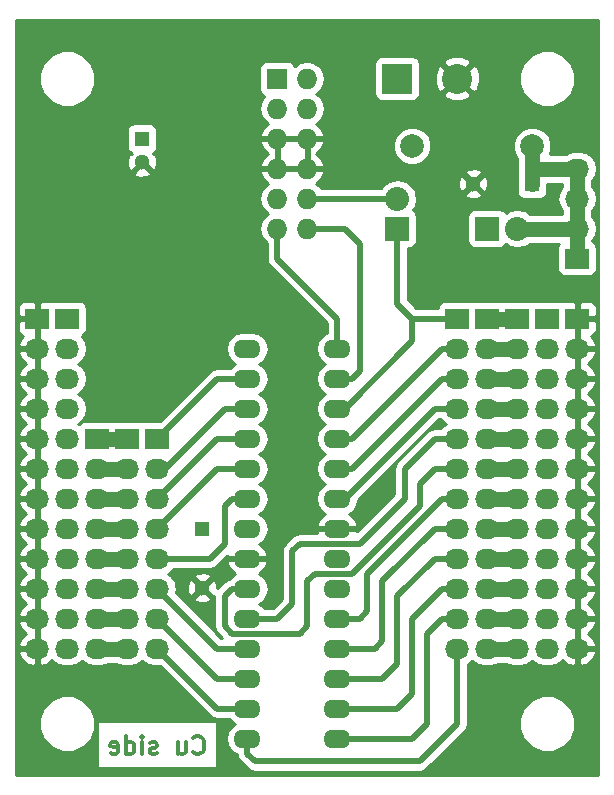
<source format=gbr>
G04 #@! TF.FileFunction,Copper,L2,Bot,Signal*
%FSLAX46Y46*%
G04 Gerber Fmt 4.6, Leading zero omitted, Abs format (unit mm)*
G04 Created by KiCad (PCBNEW 4.0.2-stable) date 9/03/2016 9:38:59 PM*
%MOMM*%
G01*
G04 APERTURE LIST*
%ADD10C,0.100000*%
%ADD11C,0.300000*%
%ADD12R,1.300000X1.300000*%
%ADD13C,1.300000*%
%ADD14O,2.300000X1.600000*%
%ADD15R,2.540000X2.540000*%
%ADD16C,2.540000*%
%ADD17R,1.727200X1.727200*%
%ADD18O,1.727200X1.727200*%
%ADD19R,2.032000X2.032000*%
%ADD20O,2.032000X2.032000*%
%ADD21R,2.032000X1.727200*%
%ADD22O,2.032000X1.727200*%
%ADD23C,1.998980*%
%ADD24C,1.270000*%
%ADD25C,0.508000*%
%ADD26C,0.254000*%
G04 APERTURE END LIST*
D10*
D11*
X145311428Y-140870714D02*
X145382857Y-140942143D01*
X145597143Y-141013571D01*
X145740000Y-141013571D01*
X145954285Y-140942143D01*
X146097143Y-140799286D01*
X146168571Y-140656429D01*
X146240000Y-140370714D01*
X146240000Y-140156429D01*
X146168571Y-139870714D01*
X146097143Y-139727857D01*
X145954285Y-139585000D01*
X145740000Y-139513571D01*
X145597143Y-139513571D01*
X145382857Y-139585000D01*
X145311428Y-139656429D01*
X144025714Y-140013571D02*
X144025714Y-141013571D01*
X144668571Y-140013571D02*
X144668571Y-140799286D01*
X144597143Y-140942143D01*
X144454285Y-141013571D01*
X144240000Y-141013571D01*
X144097143Y-140942143D01*
X144025714Y-140870714D01*
X142240000Y-140942143D02*
X142097143Y-141013571D01*
X141811428Y-141013571D01*
X141668571Y-140942143D01*
X141597143Y-140799286D01*
X141597143Y-140727857D01*
X141668571Y-140585000D01*
X141811428Y-140513571D01*
X142025714Y-140513571D01*
X142168571Y-140442143D01*
X142240000Y-140299286D01*
X142240000Y-140227857D01*
X142168571Y-140085000D01*
X142025714Y-140013571D01*
X141811428Y-140013571D01*
X141668571Y-140085000D01*
X140954285Y-141013571D02*
X140954285Y-140013571D01*
X140954285Y-139513571D02*
X141025714Y-139585000D01*
X140954285Y-139656429D01*
X140882857Y-139585000D01*
X140954285Y-139513571D01*
X140954285Y-139656429D01*
X139597142Y-141013571D02*
X139597142Y-139513571D01*
X139597142Y-140942143D02*
X139739999Y-141013571D01*
X140025713Y-141013571D01*
X140168571Y-140942143D01*
X140239999Y-140870714D01*
X140311428Y-140727857D01*
X140311428Y-140299286D01*
X140239999Y-140156429D01*
X140168571Y-140085000D01*
X140025713Y-140013571D01*
X139739999Y-140013571D01*
X139597142Y-140085000D01*
X138311428Y-140942143D02*
X138454285Y-141013571D01*
X138739999Y-141013571D01*
X138882856Y-140942143D01*
X138954285Y-140799286D01*
X138954285Y-140227857D01*
X138882856Y-140085000D01*
X138739999Y-140013571D01*
X138454285Y-140013571D01*
X138311428Y-140085000D01*
X138239999Y-140227857D01*
X138239999Y-140370714D01*
X138954285Y-140513571D01*
D12*
X140970000Y-88900000D03*
D13*
X140970000Y-90900000D03*
D12*
X146050000Y-121920000D03*
D13*
X146050000Y-126920000D03*
D12*
X173990000Y-92710000D03*
D13*
X168990000Y-92710000D03*
D14*
X149860000Y-106680000D03*
X149860000Y-109220000D03*
X149860000Y-111760000D03*
X149860000Y-114300000D03*
X149860000Y-116840000D03*
X149860000Y-119380000D03*
X149860000Y-121920000D03*
X149860000Y-124460000D03*
X149860000Y-127000000D03*
X149860000Y-129540000D03*
X149860000Y-132080000D03*
X149860000Y-134620000D03*
X149860000Y-137160000D03*
X149860000Y-139700000D03*
X157480000Y-139700000D03*
X157480000Y-137160000D03*
X157480000Y-134620000D03*
X157480000Y-132080000D03*
X157480000Y-129540000D03*
X157480000Y-127000000D03*
X157480000Y-124460000D03*
X157480000Y-121920000D03*
X157480000Y-119380000D03*
X157480000Y-116840000D03*
X157480000Y-114300000D03*
X157480000Y-111760000D03*
X157480000Y-109220000D03*
X157480000Y-106680000D03*
D15*
X162560000Y-83820000D03*
D16*
X167640000Y-83820000D03*
D17*
X152400000Y-83820000D03*
D18*
X154940000Y-83820000D03*
X152400000Y-86360000D03*
X154940000Y-86360000D03*
X152400000Y-88900000D03*
X154940000Y-88900000D03*
X152400000Y-91440000D03*
X154940000Y-91440000D03*
X152400000Y-93980000D03*
X154940000Y-93980000D03*
X152400000Y-96520000D03*
X154940000Y-96520000D03*
D19*
X170180000Y-96520000D03*
D20*
X172720000Y-96520000D03*
D21*
X177800000Y-104140000D03*
D22*
X177800000Y-106680000D03*
X177800000Y-109220000D03*
X177800000Y-111760000D03*
X177800000Y-114300000D03*
X177800000Y-116840000D03*
X177800000Y-119380000D03*
X177800000Y-121920000D03*
X177800000Y-124460000D03*
X177800000Y-127000000D03*
X177800000Y-129540000D03*
X177800000Y-132080000D03*
D21*
X175260000Y-104140000D03*
D22*
X175260000Y-106680000D03*
X175260000Y-109220000D03*
X175260000Y-111760000D03*
X175260000Y-114300000D03*
X175260000Y-116840000D03*
X175260000Y-119380000D03*
X175260000Y-121920000D03*
X175260000Y-124460000D03*
X175260000Y-127000000D03*
X175260000Y-129540000D03*
X175260000Y-132080000D03*
D21*
X139700000Y-114300000D03*
D22*
X139700000Y-116840000D03*
X139700000Y-119380000D03*
X139700000Y-121920000D03*
X139700000Y-124460000D03*
X139700000Y-127000000D03*
X139700000Y-129540000D03*
X139700000Y-132080000D03*
D21*
X137160000Y-114300000D03*
D22*
X137160000Y-116840000D03*
X137160000Y-119380000D03*
X137160000Y-121920000D03*
X137160000Y-124460000D03*
X137160000Y-127000000D03*
X137160000Y-129540000D03*
X137160000Y-132080000D03*
D21*
X142240000Y-114300000D03*
D22*
X142240000Y-116840000D03*
X142240000Y-119380000D03*
X142240000Y-121920000D03*
X142240000Y-124460000D03*
X142240000Y-127000000D03*
X142240000Y-129540000D03*
X142240000Y-132080000D03*
D21*
X167640000Y-104140000D03*
D22*
X167640000Y-106680000D03*
X167640000Y-109220000D03*
X167640000Y-111760000D03*
X167640000Y-114300000D03*
X167640000Y-116840000D03*
X167640000Y-119380000D03*
X167640000Y-121920000D03*
X167640000Y-124460000D03*
X167640000Y-127000000D03*
X167640000Y-129540000D03*
X167640000Y-132080000D03*
D21*
X170180000Y-104140000D03*
D22*
X170180000Y-106680000D03*
X170180000Y-109220000D03*
X170180000Y-111760000D03*
X170180000Y-114300000D03*
X170180000Y-116840000D03*
X170180000Y-119380000D03*
X170180000Y-121920000D03*
X170180000Y-124460000D03*
X170180000Y-127000000D03*
X170180000Y-129540000D03*
X170180000Y-132080000D03*
D21*
X172720000Y-104140000D03*
D22*
X172720000Y-106680000D03*
X172720000Y-109220000D03*
X172720000Y-111760000D03*
X172720000Y-114300000D03*
X172720000Y-116840000D03*
X172720000Y-119380000D03*
X172720000Y-121920000D03*
X172720000Y-124460000D03*
X172720000Y-127000000D03*
X172720000Y-129540000D03*
X172720000Y-132080000D03*
D21*
X134620000Y-104140000D03*
D22*
X134620000Y-106680000D03*
X134620000Y-109220000D03*
X134620000Y-111760000D03*
X134620000Y-114300000D03*
X134620000Y-116840000D03*
X134620000Y-119380000D03*
X134620000Y-121920000D03*
X134620000Y-124460000D03*
X134620000Y-127000000D03*
X134620000Y-129540000D03*
X134620000Y-132080000D03*
D21*
X177800000Y-99060000D03*
D22*
X177800000Y-96520000D03*
X177800000Y-93980000D03*
X177800000Y-91440000D03*
D21*
X132080000Y-104140000D03*
D22*
X132080000Y-106680000D03*
X132080000Y-109220000D03*
X132080000Y-111760000D03*
X132080000Y-114300000D03*
X132080000Y-116840000D03*
X132080000Y-119380000D03*
X132080000Y-121920000D03*
X132080000Y-124460000D03*
X132080000Y-127000000D03*
X132080000Y-129540000D03*
X132080000Y-132080000D03*
D19*
X162560000Y-96520000D03*
D20*
X162560000Y-93980000D03*
D23*
X163830000Y-89535000D03*
X173990000Y-89535000D03*
D24*
X173990000Y-91440000D02*
X177800000Y-91440000D01*
X173990000Y-89535000D02*
X173990000Y-91440000D01*
X173990000Y-91440000D02*
X173990000Y-92710000D01*
X172720000Y-96520000D02*
X177800000Y-96520000D01*
X177800000Y-96520000D02*
X177800000Y-99060000D01*
X177800000Y-93980000D02*
X177800000Y-96520000D01*
X177800000Y-91440000D02*
X177800000Y-93980000D01*
D25*
X142240000Y-114300000D02*
X147320000Y-109220000D01*
X147320000Y-109220000D02*
X149860000Y-109220000D01*
X142240000Y-116840000D02*
X142875000Y-116840000D01*
X142875000Y-116840000D02*
X147955000Y-111760000D01*
X147955000Y-111760000D02*
X149860000Y-111760000D01*
X142240000Y-119380000D02*
X147320000Y-114300000D01*
X147320000Y-114300000D02*
X149860000Y-114300000D01*
X142240000Y-121920000D02*
X147320000Y-116840000D01*
X147320000Y-116840000D02*
X149860000Y-116840000D01*
X142240000Y-124460000D02*
X146685000Y-124460000D01*
X148590000Y-119380000D02*
X149860000Y-119380000D01*
X147955000Y-120015000D02*
X148590000Y-119380000D01*
X147955000Y-123190000D02*
X147955000Y-120015000D01*
X146685000Y-124460000D02*
X147955000Y-123190000D01*
X149860000Y-127000000D02*
X148590000Y-127000000D01*
X165735000Y-116840000D02*
X167640000Y-116840000D01*
X164465000Y-118110000D02*
X165735000Y-116840000D01*
X164465000Y-120015000D02*
X164465000Y-118110000D01*
X158750000Y-125730000D02*
X164465000Y-120015000D01*
X155575000Y-125730000D02*
X158750000Y-125730000D01*
X154940000Y-126365000D02*
X155575000Y-125730000D01*
X154940000Y-130175000D02*
X154940000Y-126365000D01*
X154305000Y-130810000D02*
X154940000Y-130175000D01*
X148590000Y-130810000D02*
X154305000Y-130810000D01*
X147955000Y-130175000D02*
X148590000Y-130810000D01*
X147955000Y-127635000D02*
X147955000Y-130175000D01*
X148590000Y-127000000D02*
X147955000Y-127635000D01*
X149860000Y-129540000D02*
X152400000Y-129540000D01*
X165735000Y-114300000D02*
X167640000Y-114300000D01*
X163195000Y-116840000D02*
X165735000Y-114300000D01*
X163195000Y-119380000D02*
X163195000Y-116840000D01*
X159385000Y-123190000D02*
X163195000Y-119380000D01*
X154305000Y-123190000D02*
X159385000Y-123190000D01*
X153670000Y-123825000D02*
X154305000Y-123190000D01*
X153670000Y-128270000D02*
X153670000Y-123825000D01*
X152400000Y-129540000D02*
X153670000Y-128270000D01*
X142240000Y-127000000D02*
X147320000Y-132080000D01*
X147320000Y-132080000D02*
X149860000Y-132080000D01*
X142240000Y-129540000D02*
X147320000Y-134620000D01*
X147320000Y-134620000D02*
X149860000Y-134620000D01*
X142240000Y-132080000D02*
X147320000Y-137160000D01*
X147320000Y-137160000D02*
X149860000Y-137160000D01*
X149860000Y-139700000D02*
X149860000Y-140970000D01*
X167640000Y-138430000D02*
X167640000Y-132080000D01*
X164465000Y-141605000D02*
X167640000Y-138430000D01*
X150495000Y-141605000D02*
X164465000Y-141605000D01*
X149860000Y-140970000D02*
X150495000Y-141605000D01*
X157480000Y-139700000D02*
X163830000Y-139700000D01*
X166370000Y-129540000D02*
X167640000Y-129540000D01*
X165100000Y-130810000D02*
X166370000Y-129540000D01*
X165100000Y-138430000D02*
X165100000Y-130810000D01*
X163830000Y-139700000D02*
X165100000Y-138430000D01*
X157480000Y-137160000D02*
X162560000Y-137160000D01*
X166370000Y-127000000D02*
X167640000Y-127000000D01*
X163830000Y-129540000D02*
X166370000Y-127000000D01*
X163830000Y-135890000D02*
X163830000Y-129540000D01*
X162560000Y-137160000D02*
X163830000Y-135890000D01*
X157480000Y-134620000D02*
X161290000Y-134620000D01*
X165735000Y-124460000D02*
X167640000Y-124460000D01*
X162560000Y-127635000D02*
X165735000Y-124460000D01*
X162560000Y-133350000D02*
X162560000Y-127635000D01*
X161290000Y-134620000D02*
X162560000Y-133350000D01*
X157480000Y-132080000D02*
X160655000Y-132080000D01*
X165735000Y-121920000D02*
X167640000Y-121920000D01*
X161290000Y-126365000D02*
X165735000Y-121920000D01*
X161290000Y-131445000D02*
X161290000Y-126365000D01*
X160655000Y-132080000D02*
X161290000Y-131445000D01*
X157480000Y-129540000D02*
X159385000Y-129540000D01*
X166370000Y-119380000D02*
X167640000Y-119380000D01*
X160020000Y-125730000D02*
X166370000Y-119380000D01*
X160020000Y-128905000D02*
X160020000Y-125730000D01*
X159385000Y-129540000D02*
X160020000Y-128905000D01*
X157480000Y-119380000D02*
X158115000Y-119380000D01*
X158115000Y-119380000D02*
X165735000Y-111760000D01*
X165735000Y-111760000D02*
X167640000Y-111760000D01*
X157480000Y-116840000D02*
X158750000Y-116840000D01*
X166370000Y-109220000D02*
X167640000Y-109220000D01*
X158750000Y-116840000D02*
X166370000Y-109220000D01*
X157480000Y-114300000D02*
X158750000Y-114300000D01*
X166370000Y-106680000D02*
X167640000Y-106680000D01*
X158750000Y-114300000D02*
X166370000Y-106680000D01*
X157480000Y-111760000D02*
X158115000Y-111760000D01*
X158115000Y-111760000D02*
X163830000Y-106045000D01*
X163830000Y-106045000D02*
X163830000Y-104140000D01*
X162560000Y-96520000D02*
X162560000Y-102870000D01*
X163830000Y-104140000D02*
X167640000Y-104140000D01*
X162560000Y-102870000D02*
X163830000Y-104140000D01*
X167640000Y-104140000D02*
X167005000Y-104140000D01*
X157480000Y-109220000D02*
X158750000Y-109220000D01*
X158750000Y-109220000D02*
X159385000Y-108585000D01*
X159385000Y-108585000D02*
X159385000Y-97790000D01*
X159385000Y-97790000D02*
X158115000Y-96520000D01*
X158115000Y-96520000D02*
X154940000Y-96520000D01*
X152400000Y-96520000D02*
X152400000Y-99060000D01*
X157480000Y-104140000D02*
X157480000Y-106680000D01*
X152400000Y-99060000D02*
X157480000Y-104140000D01*
X154940000Y-93980000D02*
X162560000Y-93980000D01*
D24*
X137160000Y-114300000D02*
X139700000Y-114300000D01*
X137160000Y-116840000D02*
X139700000Y-116840000D01*
X137160000Y-119380000D02*
X139700000Y-119380000D01*
X137160000Y-121920000D02*
X139700000Y-121920000D01*
X137160000Y-124460000D02*
X139700000Y-124460000D01*
X137160000Y-127000000D02*
X139700000Y-127000000D01*
X137160000Y-129540000D02*
X139700000Y-129540000D01*
X137160000Y-132080000D02*
X139700000Y-132080000D01*
X170180000Y-104140000D02*
X172720000Y-104140000D01*
X170180000Y-106680000D02*
X172720000Y-106680000D01*
X170180000Y-109220000D02*
X172720000Y-109220000D01*
X170180000Y-111760000D02*
X172720000Y-111760000D01*
X170180000Y-114300000D02*
X172720000Y-114300000D01*
X170180000Y-116840000D02*
X172720000Y-116840000D01*
X170180000Y-119380000D02*
X172720000Y-119380000D01*
X170180000Y-121920000D02*
X172720000Y-121920000D01*
X170180000Y-124460000D02*
X172720000Y-124460000D01*
X170180000Y-127000000D02*
X172720000Y-127000000D01*
X170180000Y-129540000D02*
X172720000Y-129540000D01*
X170180000Y-132080000D02*
X172720000Y-132080000D01*
D26*
G36*
X179578000Y-142748000D02*
X130302000Y-142748000D01*
X130302000Y-138902325D01*
X132234587Y-138902325D01*
X132596916Y-139779229D01*
X133267242Y-140450726D01*
X134143513Y-140814585D01*
X135092325Y-140815413D01*
X135969229Y-140453084D01*
X136640726Y-139782758D01*
X137004585Y-138906487D01*
X137005201Y-138200000D01*
X137169286Y-138200000D01*
X137169286Y-142170000D01*
X147310715Y-142170000D01*
X147310715Y-138200000D01*
X137169286Y-138200000D01*
X137005201Y-138200000D01*
X137005413Y-137957675D01*
X136643084Y-137080771D01*
X135972758Y-136409274D01*
X135096487Y-136045415D01*
X134147675Y-136044587D01*
X133270771Y-136406916D01*
X132599274Y-137077242D01*
X132235415Y-137953513D01*
X132234587Y-138902325D01*
X130302000Y-138902325D01*
X130302000Y-132439026D01*
X130472642Y-132439026D01*
X130475291Y-132454791D01*
X130729268Y-132982036D01*
X131165680Y-133371954D01*
X131718087Y-133565184D01*
X131953000Y-133420924D01*
X131953000Y-132207000D01*
X130593783Y-132207000D01*
X130472642Y-132439026D01*
X130302000Y-132439026D01*
X130302000Y-129899026D01*
X130472642Y-129899026D01*
X130475291Y-129914791D01*
X130729268Y-130442036D01*
X131141108Y-130810000D01*
X130729268Y-131177964D01*
X130475291Y-131705209D01*
X130472642Y-131720974D01*
X130593783Y-131953000D01*
X131953000Y-131953000D01*
X131953000Y-129667000D01*
X130593783Y-129667000D01*
X130472642Y-129899026D01*
X130302000Y-129899026D01*
X130302000Y-127359026D01*
X130472642Y-127359026D01*
X130475291Y-127374791D01*
X130729268Y-127902036D01*
X131141108Y-128270000D01*
X130729268Y-128637964D01*
X130475291Y-129165209D01*
X130472642Y-129180974D01*
X130593783Y-129413000D01*
X131953000Y-129413000D01*
X131953000Y-127127000D01*
X130593783Y-127127000D01*
X130472642Y-127359026D01*
X130302000Y-127359026D01*
X130302000Y-124819026D01*
X130472642Y-124819026D01*
X130475291Y-124834791D01*
X130729268Y-125362036D01*
X131141108Y-125730000D01*
X130729268Y-126097964D01*
X130475291Y-126625209D01*
X130472642Y-126640974D01*
X130593783Y-126873000D01*
X131953000Y-126873000D01*
X131953000Y-124587000D01*
X130593783Y-124587000D01*
X130472642Y-124819026D01*
X130302000Y-124819026D01*
X130302000Y-122279026D01*
X130472642Y-122279026D01*
X130475291Y-122294791D01*
X130729268Y-122822036D01*
X131141108Y-123190000D01*
X130729268Y-123557964D01*
X130475291Y-124085209D01*
X130472642Y-124100974D01*
X130593783Y-124333000D01*
X131953000Y-124333000D01*
X131953000Y-122047000D01*
X130593783Y-122047000D01*
X130472642Y-122279026D01*
X130302000Y-122279026D01*
X130302000Y-119739026D01*
X130472642Y-119739026D01*
X130475291Y-119754791D01*
X130729268Y-120282036D01*
X131141108Y-120650000D01*
X130729268Y-121017964D01*
X130475291Y-121545209D01*
X130472642Y-121560974D01*
X130593783Y-121793000D01*
X131953000Y-121793000D01*
X131953000Y-119507000D01*
X130593783Y-119507000D01*
X130472642Y-119739026D01*
X130302000Y-119739026D01*
X130302000Y-117199026D01*
X130472642Y-117199026D01*
X130475291Y-117214791D01*
X130729268Y-117742036D01*
X131141108Y-118110000D01*
X130729268Y-118477964D01*
X130475291Y-119005209D01*
X130472642Y-119020974D01*
X130593783Y-119253000D01*
X131953000Y-119253000D01*
X131953000Y-116967000D01*
X130593783Y-116967000D01*
X130472642Y-117199026D01*
X130302000Y-117199026D01*
X130302000Y-114659026D01*
X130472642Y-114659026D01*
X130475291Y-114674791D01*
X130729268Y-115202036D01*
X131141108Y-115570000D01*
X130729268Y-115937964D01*
X130475291Y-116465209D01*
X130472642Y-116480974D01*
X130593783Y-116713000D01*
X131953000Y-116713000D01*
X131953000Y-114427000D01*
X130593783Y-114427000D01*
X130472642Y-114659026D01*
X130302000Y-114659026D01*
X130302000Y-112119026D01*
X130472642Y-112119026D01*
X130475291Y-112134791D01*
X130729268Y-112662036D01*
X131141108Y-113030000D01*
X130729268Y-113397964D01*
X130475291Y-113925209D01*
X130472642Y-113940974D01*
X130593783Y-114173000D01*
X131953000Y-114173000D01*
X131953000Y-111887000D01*
X130593783Y-111887000D01*
X130472642Y-112119026D01*
X130302000Y-112119026D01*
X130302000Y-109579026D01*
X130472642Y-109579026D01*
X130475291Y-109594791D01*
X130729268Y-110122036D01*
X131141108Y-110490000D01*
X130729268Y-110857964D01*
X130475291Y-111385209D01*
X130472642Y-111400974D01*
X130593783Y-111633000D01*
X131953000Y-111633000D01*
X131953000Y-109347000D01*
X130593783Y-109347000D01*
X130472642Y-109579026D01*
X130302000Y-109579026D01*
X130302000Y-107039026D01*
X130472642Y-107039026D01*
X130475291Y-107054791D01*
X130729268Y-107582036D01*
X131141108Y-107950000D01*
X130729268Y-108317964D01*
X130475291Y-108845209D01*
X130472642Y-108860974D01*
X130593783Y-109093000D01*
X131953000Y-109093000D01*
X131953000Y-106807000D01*
X130593783Y-106807000D01*
X130472642Y-107039026D01*
X130302000Y-107039026D01*
X130302000Y-104425750D01*
X130429000Y-104425750D01*
X130429000Y-105129910D01*
X130525673Y-105363299D01*
X130704302Y-105541927D01*
X130901861Y-105623759D01*
X130729268Y-105777964D01*
X130475291Y-106305209D01*
X130472642Y-106320974D01*
X130593783Y-106553000D01*
X131953000Y-106553000D01*
X131953000Y-104267000D01*
X130587750Y-104267000D01*
X130429000Y-104425750D01*
X130302000Y-104425750D01*
X130302000Y-103150090D01*
X130429000Y-103150090D01*
X130429000Y-103854250D01*
X130587750Y-104013000D01*
X131953000Y-104013000D01*
X131953000Y-102800150D01*
X132207000Y-102800150D01*
X132207000Y-104013000D01*
X132227000Y-104013000D01*
X132227000Y-104267000D01*
X132207000Y-104267000D01*
X132207000Y-106553000D01*
X132227000Y-106553000D01*
X132227000Y-106807000D01*
X132207000Y-106807000D01*
X132207000Y-109093000D01*
X132227000Y-109093000D01*
X132227000Y-109347000D01*
X132207000Y-109347000D01*
X132207000Y-111633000D01*
X132227000Y-111633000D01*
X132227000Y-111887000D01*
X132207000Y-111887000D01*
X132207000Y-114173000D01*
X132227000Y-114173000D01*
X132227000Y-114427000D01*
X132207000Y-114427000D01*
X132207000Y-116713000D01*
X132227000Y-116713000D01*
X132227000Y-116967000D01*
X132207000Y-116967000D01*
X132207000Y-119253000D01*
X132227000Y-119253000D01*
X132227000Y-119507000D01*
X132207000Y-119507000D01*
X132207000Y-121793000D01*
X132227000Y-121793000D01*
X132227000Y-122047000D01*
X132207000Y-122047000D01*
X132207000Y-124333000D01*
X132227000Y-124333000D01*
X132227000Y-124587000D01*
X132207000Y-124587000D01*
X132207000Y-126873000D01*
X132227000Y-126873000D01*
X132227000Y-127127000D01*
X132207000Y-127127000D01*
X132207000Y-129413000D01*
X132227000Y-129413000D01*
X132227000Y-129667000D01*
X132207000Y-129667000D01*
X132207000Y-131953000D01*
X132227000Y-131953000D01*
X132227000Y-132207000D01*
X132207000Y-132207000D01*
X132207000Y-133420924D01*
X132441913Y-133565184D01*
X132994320Y-133371954D01*
X133330246Y-133071816D01*
X133375585Y-133139670D01*
X133861766Y-133464526D01*
X134435255Y-133578600D01*
X134804745Y-133578600D01*
X135378234Y-133464526D01*
X135864415Y-133139670D01*
X135890000Y-133101379D01*
X135915585Y-133139670D01*
X136401766Y-133464526D01*
X136975255Y-133578600D01*
X137344745Y-133578600D01*
X137918234Y-133464526D01*
X138089634Y-133350000D01*
X138770366Y-133350000D01*
X138941766Y-133464526D01*
X139515255Y-133578600D01*
X139884745Y-133578600D01*
X140458234Y-133464526D01*
X140944415Y-133139670D01*
X140970000Y-133101379D01*
X140995585Y-133139670D01*
X141481766Y-133464526D01*
X142055255Y-133578600D01*
X142424745Y-133578600D01*
X142471970Y-133569206D01*
X146691382Y-137788618D01*
X146979794Y-137981329D01*
X147320000Y-138049000D01*
X148376343Y-138049000D01*
X148460332Y-138174698D01*
X148842418Y-138430000D01*
X148460332Y-138685302D01*
X148149263Y-139150849D01*
X148040030Y-139700000D01*
X148149263Y-140249151D01*
X148460332Y-140714698D01*
X148925879Y-141025767D01*
X148984408Y-141037409D01*
X149038671Y-141310206D01*
X149231382Y-141598618D01*
X149866382Y-142233618D01*
X150154795Y-142426330D01*
X150495000Y-142494000D01*
X164465000Y-142494000D01*
X164805206Y-142426329D01*
X165093618Y-142233618D01*
X168268618Y-139058618D01*
X168373049Y-138902325D01*
X172874587Y-138902325D01*
X173236916Y-139779229D01*
X173907242Y-140450726D01*
X174783513Y-140814585D01*
X175732325Y-140815413D01*
X176609229Y-140453084D01*
X177280726Y-139782758D01*
X177644585Y-138906487D01*
X177645413Y-137957675D01*
X177283084Y-137080771D01*
X176612758Y-136409274D01*
X175736487Y-136045415D01*
X174787675Y-136044587D01*
X173910771Y-136406916D01*
X173239274Y-137077242D01*
X172875415Y-137953513D01*
X172874587Y-138902325D01*
X168373049Y-138902325D01*
X168461329Y-138770206D01*
X168529000Y-138430000D01*
X168529000Y-133377151D01*
X168884415Y-133139670D01*
X168910000Y-133101379D01*
X168935585Y-133139670D01*
X169421766Y-133464526D01*
X169995255Y-133578600D01*
X170364745Y-133578600D01*
X170938234Y-133464526D01*
X171109634Y-133350000D01*
X171790366Y-133350000D01*
X171961766Y-133464526D01*
X172535255Y-133578600D01*
X172904745Y-133578600D01*
X173478234Y-133464526D01*
X173964415Y-133139670D01*
X173990000Y-133101379D01*
X174015585Y-133139670D01*
X174501766Y-133464526D01*
X175075255Y-133578600D01*
X175444745Y-133578600D01*
X176018234Y-133464526D01*
X176504415Y-133139670D01*
X176549754Y-133071816D01*
X176885680Y-133371954D01*
X177438087Y-133565184D01*
X177673000Y-133420924D01*
X177673000Y-132207000D01*
X177927000Y-132207000D01*
X177927000Y-133420924D01*
X178161913Y-133565184D01*
X178714320Y-133371954D01*
X179150732Y-132982036D01*
X179404709Y-132454791D01*
X179407358Y-132439026D01*
X179286217Y-132207000D01*
X177927000Y-132207000D01*
X177673000Y-132207000D01*
X177653000Y-132207000D01*
X177653000Y-131953000D01*
X177673000Y-131953000D01*
X177673000Y-129667000D01*
X177927000Y-129667000D01*
X177927000Y-131953000D01*
X179286217Y-131953000D01*
X179407358Y-131720974D01*
X179404709Y-131705209D01*
X179150732Y-131177964D01*
X178738892Y-130810000D01*
X179150732Y-130442036D01*
X179404709Y-129914791D01*
X179407358Y-129899026D01*
X179286217Y-129667000D01*
X177927000Y-129667000D01*
X177673000Y-129667000D01*
X177653000Y-129667000D01*
X177653000Y-129413000D01*
X177673000Y-129413000D01*
X177673000Y-127127000D01*
X177927000Y-127127000D01*
X177927000Y-129413000D01*
X179286217Y-129413000D01*
X179407358Y-129180974D01*
X179404709Y-129165209D01*
X179150732Y-128637964D01*
X178738892Y-128270000D01*
X179150732Y-127902036D01*
X179404709Y-127374791D01*
X179407358Y-127359026D01*
X179286217Y-127127000D01*
X177927000Y-127127000D01*
X177673000Y-127127000D01*
X177653000Y-127127000D01*
X177653000Y-126873000D01*
X177673000Y-126873000D01*
X177673000Y-124587000D01*
X177927000Y-124587000D01*
X177927000Y-126873000D01*
X179286217Y-126873000D01*
X179407358Y-126640974D01*
X179404709Y-126625209D01*
X179150732Y-126097964D01*
X178738892Y-125730000D01*
X179150732Y-125362036D01*
X179404709Y-124834791D01*
X179407358Y-124819026D01*
X179286217Y-124587000D01*
X177927000Y-124587000D01*
X177673000Y-124587000D01*
X177653000Y-124587000D01*
X177653000Y-124333000D01*
X177673000Y-124333000D01*
X177673000Y-122047000D01*
X177927000Y-122047000D01*
X177927000Y-124333000D01*
X179286217Y-124333000D01*
X179407358Y-124100974D01*
X179404709Y-124085209D01*
X179150732Y-123557964D01*
X178738892Y-123190000D01*
X179150732Y-122822036D01*
X179404709Y-122294791D01*
X179407358Y-122279026D01*
X179286217Y-122047000D01*
X177927000Y-122047000D01*
X177673000Y-122047000D01*
X177653000Y-122047000D01*
X177653000Y-121793000D01*
X177673000Y-121793000D01*
X177673000Y-119507000D01*
X177927000Y-119507000D01*
X177927000Y-121793000D01*
X179286217Y-121793000D01*
X179407358Y-121560974D01*
X179404709Y-121545209D01*
X179150732Y-121017964D01*
X178738892Y-120650000D01*
X179150732Y-120282036D01*
X179404709Y-119754791D01*
X179407358Y-119739026D01*
X179286217Y-119507000D01*
X177927000Y-119507000D01*
X177673000Y-119507000D01*
X177653000Y-119507000D01*
X177653000Y-119253000D01*
X177673000Y-119253000D01*
X177673000Y-116967000D01*
X177927000Y-116967000D01*
X177927000Y-119253000D01*
X179286217Y-119253000D01*
X179407358Y-119020974D01*
X179404709Y-119005209D01*
X179150732Y-118477964D01*
X178738892Y-118110000D01*
X179150732Y-117742036D01*
X179404709Y-117214791D01*
X179407358Y-117199026D01*
X179286217Y-116967000D01*
X177927000Y-116967000D01*
X177673000Y-116967000D01*
X177653000Y-116967000D01*
X177653000Y-116713000D01*
X177673000Y-116713000D01*
X177673000Y-114427000D01*
X177927000Y-114427000D01*
X177927000Y-116713000D01*
X179286217Y-116713000D01*
X179407358Y-116480974D01*
X179404709Y-116465209D01*
X179150732Y-115937964D01*
X178738892Y-115570000D01*
X179150732Y-115202036D01*
X179404709Y-114674791D01*
X179407358Y-114659026D01*
X179286217Y-114427000D01*
X177927000Y-114427000D01*
X177673000Y-114427000D01*
X177653000Y-114427000D01*
X177653000Y-114173000D01*
X177673000Y-114173000D01*
X177673000Y-111887000D01*
X177927000Y-111887000D01*
X177927000Y-114173000D01*
X179286217Y-114173000D01*
X179407358Y-113940974D01*
X179404709Y-113925209D01*
X179150732Y-113397964D01*
X178738892Y-113030000D01*
X179150732Y-112662036D01*
X179404709Y-112134791D01*
X179407358Y-112119026D01*
X179286217Y-111887000D01*
X177927000Y-111887000D01*
X177673000Y-111887000D01*
X177653000Y-111887000D01*
X177653000Y-111633000D01*
X177673000Y-111633000D01*
X177673000Y-109347000D01*
X177927000Y-109347000D01*
X177927000Y-111633000D01*
X179286217Y-111633000D01*
X179407358Y-111400974D01*
X179404709Y-111385209D01*
X179150732Y-110857964D01*
X178738892Y-110490000D01*
X179150732Y-110122036D01*
X179404709Y-109594791D01*
X179407358Y-109579026D01*
X179286217Y-109347000D01*
X177927000Y-109347000D01*
X177673000Y-109347000D01*
X177653000Y-109347000D01*
X177653000Y-109093000D01*
X177673000Y-109093000D01*
X177673000Y-106807000D01*
X177927000Y-106807000D01*
X177927000Y-109093000D01*
X179286217Y-109093000D01*
X179407358Y-108860974D01*
X179404709Y-108845209D01*
X179150732Y-108317964D01*
X178738892Y-107950000D01*
X179150732Y-107582036D01*
X179404709Y-107054791D01*
X179407358Y-107039026D01*
X179286217Y-106807000D01*
X177927000Y-106807000D01*
X177673000Y-106807000D01*
X177653000Y-106807000D01*
X177653000Y-106553000D01*
X177673000Y-106553000D01*
X177673000Y-104267000D01*
X177927000Y-104267000D01*
X177927000Y-106553000D01*
X179286217Y-106553000D01*
X179407358Y-106320974D01*
X179404709Y-106305209D01*
X179150732Y-105777964D01*
X178978139Y-105623759D01*
X179175698Y-105541927D01*
X179354327Y-105363299D01*
X179451000Y-105129910D01*
X179451000Y-104425750D01*
X179292250Y-104267000D01*
X177927000Y-104267000D01*
X177673000Y-104267000D01*
X177653000Y-104267000D01*
X177653000Y-104013000D01*
X177673000Y-104013000D01*
X177673000Y-102800150D01*
X177927000Y-102800150D01*
X177927000Y-104013000D01*
X179292250Y-104013000D01*
X179451000Y-103854250D01*
X179451000Y-103150090D01*
X179354327Y-102916701D01*
X179175698Y-102738073D01*
X178942309Y-102641400D01*
X178085750Y-102641400D01*
X177927000Y-102800150D01*
X177673000Y-102800150D01*
X177514250Y-102641400D01*
X176657691Y-102641400D01*
X176541737Y-102689430D01*
X176527890Y-102679969D01*
X176276000Y-102628960D01*
X174244000Y-102628960D01*
X174008683Y-102673238D01*
X173992901Y-102683393D01*
X173987890Y-102679969D01*
X173736000Y-102628960D01*
X171704000Y-102628960D01*
X171468683Y-102673238D01*
X171452901Y-102683393D01*
X171447890Y-102679969D01*
X171196000Y-102628960D01*
X169164000Y-102628960D01*
X168928683Y-102673238D01*
X168912901Y-102683393D01*
X168907890Y-102679969D01*
X168656000Y-102628960D01*
X166624000Y-102628960D01*
X166388683Y-102673238D01*
X166172559Y-102812310D01*
X166027569Y-103024510D01*
X165981704Y-103251000D01*
X164198236Y-103251000D01*
X163449000Y-102501764D01*
X163449000Y-98183440D01*
X163576000Y-98183440D01*
X163811317Y-98139162D01*
X164027441Y-98000090D01*
X164172431Y-97787890D01*
X164223440Y-97536000D01*
X164223440Y-95504000D01*
X168516560Y-95504000D01*
X168516560Y-97536000D01*
X168560838Y-97771317D01*
X168699910Y-97987441D01*
X168912110Y-98132431D01*
X169164000Y-98183440D01*
X171196000Y-98183440D01*
X171431317Y-98139162D01*
X171647441Y-98000090D01*
X171749198Y-97851163D01*
X172088190Y-98077670D01*
X172720000Y-98203345D01*
X173351810Y-98077670D01*
X173782338Y-97790000D01*
X176293141Y-97790000D01*
X176187569Y-97944510D01*
X176136560Y-98196400D01*
X176136560Y-99923600D01*
X176180838Y-100158917D01*
X176319910Y-100375041D01*
X176532110Y-100520031D01*
X176784000Y-100571040D01*
X178816000Y-100571040D01*
X179051317Y-100526762D01*
X179267441Y-100387690D01*
X179412431Y-100175490D01*
X179463440Y-99923600D01*
X179463440Y-98196400D01*
X179419162Y-97961083D01*
X179280090Y-97744959D01*
X179070000Y-97601411D01*
X179070000Y-97541379D01*
X179369271Y-97093489D01*
X179483345Y-96520000D01*
X179369271Y-95946511D01*
X179070000Y-95498621D01*
X179070000Y-95001379D01*
X179369271Y-94553489D01*
X179483345Y-93980000D01*
X179369271Y-93406511D01*
X179070000Y-92958621D01*
X179070000Y-92461379D01*
X179369271Y-92013489D01*
X179483345Y-91440000D01*
X179369271Y-90866511D01*
X179044415Y-90380330D01*
X178558234Y-90055474D01*
X177984745Y-89941400D01*
X177615255Y-89941400D01*
X177041766Y-90055474D01*
X176870366Y-90170000D01*
X175496125Y-90170000D01*
X175624206Y-89861547D01*
X175624774Y-89211306D01*
X175376462Y-88610345D01*
X174917073Y-88150154D01*
X174316547Y-87900794D01*
X173666306Y-87900226D01*
X173065345Y-88148538D01*
X172605154Y-88607927D01*
X172355794Y-89208453D01*
X172355226Y-89858694D01*
X172603538Y-90459655D01*
X172720000Y-90576320D01*
X172720000Y-91924497D01*
X172692560Y-92060000D01*
X172692560Y-93360000D01*
X172736838Y-93595317D01*
X172875910Y-93811441D01*
X173088110Y-93956431D01*
X173340000Y-94007440D01*
X174640000Y-94007440D01*
X174875317Y-93963162D01*
X175091441Y-93824090D01*
X175236431Y-93611890D01*
X175287440Y-93360000D01*
X175287440Y-92710000D01*
X176530000Y-92710000D01*
X176530000Y-92958621D01*
X176230729Y-93406511D01*
X176116655Y-93980000D01*
X176230729Y-94553489D01*
X176530000Y-95001379D01*
X176530000Y-95250000D01*
X173782338Y-95250000D01*
X173351810Y-94962330D01*
X172720000Y-94836655D01*
X172088190Y-94962330D01*
X171748208Y-95189499D01*
X171660090Y-95052559D01*
X171447890Y-94907569D01*
X171196000Y-94856560D01*
X169164000Y-94856560D01*
X168928683Y-94900838D01*
X168712559Y-95039910D01*
X168567569Y-95252110D01*
X168516560Y-95504000D01*
X164223440Y-95504000D01*
X164179162Y-95268683D01*
X164040090Y-95052559D01*
X163891163Y-94950802D01*
X164117670Y-94611810D01*
X164243345Y-93980000D01*
X164169552Y-93609016D01*
X168270590Y-93609016D01*
X168326271Y-93839611D01*
X168809078Y-94007622D01*
X169319428Y-93978083D01*
X169653729Y-93839611D01*
X169709410Y-93609016D01*
X168990000Y-92889605D01*
X168270590Y-93609016D01*
X164169552Y-93609016D01*
X164117670Y-93348190D01*
X163759778Y-92812567D01*
X163335507Y-92529078D01*
X167692378Y-92529078D01*
X167721917Y-93039428D01*
X167860389Y-93373729D01*
X168090984Y-93429410D01*
X168810395Y-92710000D01*
X169169605Y-92710000D01*
X169889016Y-93429410D01*
X170119611Y-93373729D01*
X170287622Y-92890922D01*
X170258083Y-92380572D01*
X170119611Y-92046271D01*
X169889016Y-91990590D01*
X169169605Y-92710000D01*
X168810395Y-92710000D01*
X168090984Y-91990590D01*
X167860389Y-92046271D01*
X167692378Y-92529078D01*
X163335507Y-92529078D01*
X163224155Y-92454675D01*
X162592345Y-92329000D01*
X162527655Y-92329000D01*
X161895845Y-92454675D01*
X161360222Y-92812567D01*
X161174179Y-93091000D01*
X156133325Y-93091000D01*
X155999670Y-92890971D01*
X155728839Y-92710008D01*
X156146821Y-92328490D01*
X156389364Y-91810984D01*
X168270590Y-91810984D01*
X168990000Y-92530395D01*
X169709410Y-91810984D01*
X169653729Y-91580389D01*
X169170922Y-91412378D01*
X168660572Y-91441917D01*
X168326271Y-91580389D01*
X168270590Y-91810984D01*
X156389364Y-91810984D01*
X156394968Y-91799027D01*
X156274469Y-91567000D01*
X155067000Y-91567000D01*
X155067000Y-91587000D01*
X154813000Y-91587000D01*
X154813000Y-91567000D01*
X152527000Y-91567000D01*
X152527000Y-91587000D01*
X152273000Y-91587000D01*
X152273000Y-91567000D01*
X151065531Y-91567000D01*
X150945032Y-91799027D01*
X151193179Y-92328490D01*
X151611161Y-92710008D01*
X151340330Y-92890971D01*
X151015474Y-93377152D01*
X150901400Y-93950641D01*
X150901400Y-94009359D01*
X151015474Y-94582848D01*
X151340330Y-95069029D01*
X151611172Y-95250000D01*
X151340330Y-95430971D01*
X151015474Y-95917152D01*
X150901400Y-96490641D01*
X150901400Y-96549359D01*
X151015474Y-97122848D01*
X151340330Y-97609029D01*
X151511000Y-97723067D01*
X151511000Y-99060000D01*
X151578671Y-99400206D01*
X151676093Y-99546008D01*
X151771382Y-99688618D01*
X156591000Y-104508236D01*
X156591000Y-105345258D01*
X156545879Y-105354233D01*
X156080332Y-105665302D01*
X155769263Y-106130849D01*
X155660030Y-106680000D01*
X155769263Y-107229151D01*
X156080332Y-107694698D01*
X156462418Y-107950000D01*
X156080332Y-108205302D01*
X155769263Y-108670849D01*
X155660030Y-109220000D01*
X155769263Y-109769151D01*
X156080332Y-110234698D01*
X156462418Y-110490000D01*
X156080332Y-110745302D01*
X155769263Y-111210849D01*
X155660030Y-111760000D01*
X155769263Y-112309151D01*
X156080332Y-112774698D01*
X156462418Y-113030000D01*
X156080332Y-113285302D01*
X155769263Y-113750849D01*
X155660030Y-114300000D01*
X155769263Y-114849151D01*
X156080332Y-115314698D01*
X156462418Y-115570000D01*
X156080332Y-115825302D01*
X155769263Y-116290849D01*
X155660030Y-116840000D01*
X155769263Y-117389151D01*
X156080332Y-117854698D01*
X156462418Y-118110000D01*
X156080332Y-118365302D01*
X155769263Y-118830849D01*
X155660030Y-119380000D01*
X155769263Y-119929151D01*
X156080332Y-120394698D01*
X156458151Y-120647149D01*
X156025500Y-120995104D01*
X155755633Y-121488181D01*
X155738096Y-121570961D01*
X155860085Y-121793000D01*
X157353000Y-121793000D01*
X157353000Y-121773000D01*
X157607000Y-121773000D01*
X157607000Y-121793000D01*
X159099915Y-121793000D01*
X159221904Y-121570961D01*
X159204367Y-121488181D01*
X158934500Y-120995104D01*
X158501849Y-120647149D01*
X158879668Y-120394698D01*
X159190737Y-119929151D01*
X159282026Y-119470210D01*
X166103236Y-112649000D01*
X166281547Y-112649000D01*
X166395585Y-112819670D01*
X166710366Y-113030000D01*
X166395585Y-113240330D01*
X166281547Y-113411000D01*
X165735000Y-113411000D01*
X165394794Y-113478671D01*
X165106382Y-113671382D01*
X162566382Y-116211382D01*
X162373671Y-116499794D01*
X162306000Y-116840000D01*
X162306000Y-119011764D01*
X159160496Y-122157268D01*
X159099915Y-122047000D01*
X157607000Y-122047000D01*
X157607000Y-122067000D01*
X157353000Y-122067000D01*
X157353000Y-122047000D01*
X155860085Y-122047000D01*
X155738096Y-122269039D01*
X155744867Y-122301000D01*
X154305000Y-122301000D01*
X153964795Y-122368670D01*
X153676382Y-122561382D01*
X153041382Y-123196382D01*
X152848671Y-123484794D01*
X152781000Y-123825000D01*
X152781000Y-127901764D01*
X152031764Y-128651000D01*
X151343657Y-128651000D01*
X151259668Y-128525302D01*
X150877582Y-128270000D01*
X151259668Y-128014698D01*
X151570737Y-127549151D01*
X151679970Y-127000000D01*
X151570737Y-126450849D01*
X151259668Y-125985302D01*
X150881849Y-125732851D01*
X151314500Y-125384896D01*
X151584367Y-124891819D01*
X151601904Y-124809039D01*
X151479915Y-124587000D01*
X149987000Y-124587000D01*
X149987000Y-124607000D01*
X149733000Y-124607000D01*
X149733000Y-124587000D01*
X148240085Y-124587000D01*
X148118096Y-124809039D01*
X148135633Y-124891819D01*
X148405500Y-125384896D01*
X148838151Y-125732851D01*
X148460332Y-125985302D01*
X148343594Y-126160012D01*
X148249795Y-126178670D01*
X147961382Y-126371382D01*
X147341287Y-126991477D01*
X147318083Y-126590572D01*
X147179611Y-126256271D01*
X146949016Y-126200590D01*
X146229605Y-126920000D01*
X146949016Y-127639410D01*
X147070981Y-127609960D01*
X147066000Y-127635000D01*
X147066000Y-130175000D01*
X147133671Y-130515206D01*
X147293384Y-130754233D01*
X147326382Y-130803618D01*
X147713764Y-131191000D01*
X147688236Y-131191000D01*
X144316252Y-127819016D01*
X145330590Y-127819016D01*
X145386271Y-128049611D01*
X145869078Y-128217622D01*
X146379428Y-128188083D01*
X146713729Y-128049611D01*
X146769410Y-127819016D01*
X146050000Y-127099605D01*
X145330590Y-127819016D01*
X144316252Y-127819016D01*
X143852649Y-127355413D01*
X143923345Y-127000000D01*
X143871445Y-126739078D01*
X144752378Y-126739078D01*
X144781917Y-127249428D01*
X144920389Y-127583729D01*
X145150984Y-127639410D01*
X145870395Y-126920000D01*
X145150984Y-126200590D01*
X144920389Y-126256271D01*
X144752378Y-126739078D01*
X143871445Y-126739078D01*
X143809271Y-126426511D01*
X143538307Y-126020984D01*
X145330590Y-126020984D01*
X146050000Y-126740395D01*
X146769410Y-126020984D01*
X146713729Y-125790389D01*
X146230922Y-125622378D01*
X145720572Y-125651917D01*
X145386271Y-125790389D01*
X145330590Y-126020984D01*
X143538307Y-126020984D01*
X143484415Y-125940330D01*
X143169634Y-125730000D01*
X143484415Y-125519670D01*
X143598453Y-125349000D01*
X146685000Y-125349000D01*
X147025206Y-125281329D01*
X147313618Y-125088618D01*
X148179504Y-124222732D01*
X148240085Y-124333000D01*
X149733000Y-124333000D01*
X149733000Y-124313000D01*
X149987000Y-124313000D01*
X149987000Y-124333000D01*
X151479915Y-124333000D01*
X151601904Y-124110961D01*
X151584367Y-124028181D01*
X151314500Y-123535104D01*
X150881849Y-123187149D01*
X151259668Y-122934698D01*
X151570737Y-122469151D01*
X151679970Y-121920000D01*
X151570737Y-121370849D01*
X151259668Y-120905302D01*
X150877582Y-120650000D01*
X151259668Y-120394698D01*
X151570737Y-119929151D01*
X151679970Y-119380000D01*
X151570737Y-118830849D01*
X151259668Y-118365302D01*
X150877582Y-118110000D01*
X151259668Y-117854698D01*
X151570737Y-117389151D01*
X151679970Y-116840000D01*
X151570737Y-116290849D01*
X151259668Y-115825302D01*
X150877582Y-115570000D01*
X151259668Y-115314698D01*
X151570737Y-114849151D01*
X151679970Y-114300000D01*
X151570737Y-113750849D01*
X151259668Y-113285302D01*
X150877582Y-113030000D01*
X151259668Y-112774698D01*
X151570737Y-112309151D01*
X151679970Y-111760000D01*
X151570737Y-111210849D01*
X151259668Y-110745302D01*
X150877582Y-110490000D01*
X151259668Y-110234698D01*
X151570737Y-109769151D01*
X151679970Y-109220000D01*
X151570737Y-108670849D01*
X151259668Y-108205302D01*
X150877582Y-107950000D01*
X151259668Y-107694698D01*
X151570737Y-107229151D01*
X151679970Y-106680000D01*
X151570737Y-106130849D01*
X151259668Y-105665302D01*
X150794121Y-105354233D01*
X150244970Y-105245000D01*
X149475030Y-105245000D01*
X148925879Y-105354233D01*
X148460332Y-105665302D01*
X148149263Y-106130849D01*
X148040030Y-106680000D01*
X148149263Y-107229151D01*
X148460332Y-107694698D01*
X148842418Y-107950000D01*
X148460332Y-108205302D01*
X148376343Y-108331000D01*
X147320000Y-108331000D01*
X146979794Y-108398671D01*
X146700933Y-108585000D01*
X146691382Y-108591382D01*
X142493804Y-112788960D01*
X141224000Y-112788960D01*
X140988683Y-112833238D01*
X140972901Y-112843393D01*
X140967890Y-112839969D01*
X140716000Y-112788960D01*
X138684000Y-112788960D01*
X138448683Y-112833238D01*
X138432901Y-112843393D01*
X138427890Y-112839969D01*
X138176000Y-112788960D01*
X136144000Y-112788960D01*
X135908683Y-112833238D01*
X135692559Y-112972310D01*
X135620697Y-113077483D01*
X135549634Y-113030000D01*
X135864415Y-112819670D01*
X136189271Y-112333489D01*
X136303345Y-111760000D01*
X136189271Y-111186511D01*
X135864415Y-110700330D01*
X135549634Y-110490000D01*
X135864415Y-110279670D01*
X136189271Y-109793489D01*
X136303345Y-109220000D01*
X136189271Y-108646511D01*
X135864415Y-108160330D01*
X135549634Y-107950000D01*
X135864415Y-107739670D01*
X136189271Y-107253489D01*
X136303345Y-106680000D01*
X136189271Y-106106511D01*
X135864415Y-105620330D01*
X135850087Y-105610757D01*
X135871317Y-105606762D01*
X136087441Y-105467690D01*
X136232431Y-105255490D01*
X136283440Y-105003600D01*
X136283440Y-103276400D01*
X136239162Y-103041083D01*
X136100090Y-102824959D01*
X135887890Y-102679969D01*
X135636000Y-102628960D01*
X133604000Y-102628960D01*
X133368683Y-102673238D01*
X133341461Y-102690755D01*
X133222309Y-102641400D01*
X132365750Y-102641400D01*
X132207000Y-102800150D01*
X131953000Y-102800150D01*
X131794250Y-102641400D01*
X130937691Y-102641400D01*
X130704302Y-102738073D01*
X130525673Y-102916701D01*
X130429000Y-103150090D01*
X130302000Y-103150090D01*
X130302000Y-91799016D01*
X140250590Y-91799016D01*
X140306271Y-92029611D01*
X140789078Y-92197622D01*
X141299428Y-92168083D01*
X141633729Y-92029611D01*
X141689410Y-91799016D01*
X140970000Y-91079605D01*
X140250590Y-91799016D01*
X130302000Y-91799016D01*
X130302000Y-90719078D01*
X139672378Y-90719078D01*
X139701917Y-91229428D01*
X139840389Y-91563729D01*
X140070984Y-91619410D01*
X140790395Y-90900000D01*
X140776252Y-90885858D01*
X140955858Y-90706252D01*
X140970000Y-90720395D01*
X140984142Y-90706252D01*
X141163748Y-90885858D01*
X141149605Y-90900000D01*
X141869016Y-91619410D01*
X142099611Y-91563729D01*
X142267622Y-91080922D01*
X142238083Y-90570572D01*
X142099611Y-90236271D01*
X141869018Y-90180590D01*
X141970680Y-90078928D01*
X142071441Y-90014090D01*
X142216431Y-89801890D01*
X142267440Y-89550000D01*
X142267440Y-89259027D01*
X150945032Y-89259027D01*
X151193179Y-89788490D01*
X151611152Y-90170000D01*
X151193179Y-90551510D01*
X150945032Y-91080973D01*
X151065531Y-91313000D01*
X152273000Y-91313000D01*
X152273000Y-89027000D01*
X152527000Y-89027000D01*
X152527000Y-91313000D01*
X154813000Y-91313000D01*
X154813000Y-89027000D01*
X155067000Y-89027000D01*
X155067000Y-91313000D01*
X156274469Y-91313000D01*
X156394968Y-91080973D01*
X156146821Y-90551510D01*
X155728848Y-90170000D01*
X156069907Y-89858694D01*
X162195226Y-89858694D01*
X162443538Y-90459655D01*
X162902927Y-90919846D01*
X163503453Y-91169206D01*
X164153694Y-91169774D01*
X164754655Y-90921462D01*
X165214846Y-90462073D01*
X165464206Y-89861547D01*
X165464774Y-89211306D01*
X165216462Y-88610345D01*
X164757073Y-88150154D01*
X164156547Y-87900794D01*
X163506306Y-87900226D01*
X162905345Y-88148538D01*
X162445154Y-88607927D01*
X162195794Y-89208453D01*
X162195226Y-89858694D01*
X156069907Y-89858694D01*
X156146821Y-89788490D01*
X156394968Y-89259027D01*
X156274469Y-89027000D01*
X155067000Y-89027000D01*
X154813000Y-89027000D01*
X152527000Y-89027000D01*
X152273000Y-89027000D01*
X151065531Y-89027000D01*
X150945032Y-89259027D01*
X142267440Y-89259027D01*
X142267440Y-88250000D01*
X142223162Y-88014683D01*
X142084090Y-87798559D01*
X141871890Y-87653569D01*
X141620000Y-87602560D01*
X140320000Y-87602560D01*
X140084683Y-87646838D01*
X139868559Y-87785910D01*
X139723569Y-87998110D01*
X139672560Y-88250000D01*
X139672560Y-89550000D01*
X139716838Y-89785317D01*
X139855910Y-90001441D01*
X139969329Y-90078937D01*
X140070982Y-90180590D01*
X139840389Y-90236271D01*
X139672378Y-90719078D01*
X130302000Y-90719078D01*
X130302000Y-84292325D01*
X132234587Y-84292325D01*
X132596916Y-85169229D01*
X133267242Y-85840726D01*
X134143513Y-86204585D01*
X135092325Y-86205413D01*
X135969229Y-85843084D01*
X136640726Y-85172758D01*
X137004585Y-84296487D01*
X137005413Y-83347675D01*
X136843742Y-82956400D01*
X150888960Y-82956400D01*
X150888960Y-84683600D01*
X150933238Y-84918917D01*
X151072310Y-85135041D01*
X151284510Y-85280031D01*
X151328345Y-85288908D01*
X151015474Y-85757152D01*
X150901400Y-86330641D01*
X150901400Y-86389359D01*
X151015474Y-86962848D01*
X151340330Y-87449029D01*
X151611161Y-87629992D01*
X151193179Y-88011510D01*
X150945032Y-88540973D01*
X151065531Y-88773000D01*
X152273000Y-88773000D01*
X152273000Y-88753000D01*
X152527000Y-88753000D01*
X152527000Y-88773000D01*
X154813000Y-88773000D01*
X154813000Y-88753000D01*
X155067000Y-88753000D01*
X155067000Y-88773000D01*
X156274469Y-88773000D01*
X156394968Y-88540973D01*
X156146821Y-88011510D01*
X155728839Y-87629992D01*
X155999670Y-87449029D01*
X156324526Y-86962848D01*
X156438600Y-86389359D01*
X156438600Y-86330641D01*
X156324526Y-85757152D01*
X155999670Y-85270971D01*
X155728828Y-85090000D01*
X155999670Y-84909029D01*
X156324526Y-84422848D01*
X156438600Y-83849359D01*
X156438600Y-83790641D01*
X156324526Y-83217152D01*
X155999670Y-82730971D01*
X155728828Y-82550000D01*
X160642560Y-82550000D01*
X160642560Y-85090000D01*
X160686838Y-85325317D01*
X160825910Y-85541441D01*
X161038110Y-85686431D01*
X161290000Y-85737440D01*
X163830000Y-85737440D01*
X164065317Y-85693162D01*
X164281441Y-85554090D01*
X164426431Y-85341890D01*
X164461689Y-85167777D01*
X166471828Y-85167777D01*
X166603520Y-85462657D01*
X167311036Y-85734261D01*
X168068632Y-85714436D01*
X168676480Y-85462657D01*
X168808172Y-85167777D01*
X167640000Y-83999605D01*
X166471828Y-85167777D01*
X164461689Y-85167777D01*
X164477440Y-85090000D01*
X164477440Y-83491036D01*
X165725739Y-83491036D01*
X165745564Y-84248632D01*
X165997343Y-84856480D01*
X166292223Y-84988172D01*
X167460395Y-83820000D01*
X167819605Y-83820000D01*
X168987777Y-84988172D01*
X169282657Y-84856480D01*
X169499227Y-84292325D01*
X172874587Y-84292325D01*
X173236916Y-85169229D01*
X173907242Y-85840726D01*
X174783513Y-86204585D01*
X175732325Y-86205413D01*
X176609229Y-85843084D01*
X177280726Y-85172758D01*
X177644585Y-84296487D01*
X177645413Y-83347675D01*
X177283084Y-82470771D01*
X176612758Y-81799274D01*
X175736487Y-81435415D01*
X174787675Y-81434587D01*
X173910771Y-81796916D01*
X173239274Y-82467242D01*
X172875415Y-83343513D01*
X172874587Y-84292325D01*
X169499227Y-84292325D01*
X169554261Y-84148964D01*
X169534436Y-83391368D01*
X169282657Y-82783520D01*
X168987777Y-82651828D01*
X167819605Y-83820000D01*
X167460395Y-83820000D01*
X166292223Y-82651828D01*
X165997343Y-82783520D01*
X165725739Y-83491036D01*
X164477440Y-83491036D01*
X164477440Y-82550000D01*
X164462806Y-82472223D01*
X166471828Y-82472223D01*
X167640000Y-83640395D01*
X168808172Y-82472223D01*
X168676480Y-82177343D01*
X167968964Y-81905739D01*
X167211368Y-81925564D01*
X166603520Y-82177343D01*
X166471828Y-82472223D01*
X164462806Y-82472223D01*
X164433162Y-82314683D01*
X164294090Y-82098559D01*
X164081890Y-81953569D01*
X163830000Y-81902560D01*
X161290000Y-81902560D01*
X161054683Y-81946838D01*
X160838559Y-82085910D01*
X160693569Y-82298110D01*
X160642560Y-82550000D01*
X155728828Y-82550000D01*
X155513489Y-82406115D01*
X154940000Y-82292041D01*
X154366511Y-82406115D01*
X153880330Y-82730971D01*
X153871195Y-82744642D01*
X153866762Y-82721083D01*
X153727690Y-82504959D01*
X153515490Y-82359969D01*
X153263600Y-82308960D01*
X151536400Y-82308960D01*
X151301083Y-82353238D01*
X151084959Y-82492310D01*
X150939969Y-82704510D01*
X150888960Y-82956400D01*
X136843742Y-82956400D01*
X136643084Y-82470771D01*
X135972758Y-81799274D01*
X135096487Y-81435415D01*
X134147675Y-81434587D01*
X133270771Y-81796916D01*
X132599274Y-82467242D01*
X132235415Y-83343513D01*
X132234587Y-84292325D01*
X130302000Y-84292325D01*
X130302000Y-78867000D01*
X179578000Y-78867000D01*
X179578000Y-142748000D01*
X179578000Y-142748000D01*
G37*
X179578000Y-142748000D02*
X130302000Y-142748000D01*
X130302000Y-138902325D01*
X132234587Y-138902325D01*
X132596916Y-139779229D01*
X133267242Y-140450726D01*
X134143513Y-140814585D01*
X135092325Y-140815413D01*
X135969229Y-140453084D01*
X136640726Y-139782758D01*
X137004585Y-138906487D01*
X137005201Y-138200000D01*
X137169286Y-138200000D01*
X137169286Y-142170000D01*
X147310715Y-142170000D01*
X147310715Y-138200000D01*
X137169286Y-138200000D01*
X137005201Y-138200000D01*
X137005413Y-137957675D01*
X136643084Y-137080771D01*
X135972758Y-136409274D01*
X135096487Y-136045415D01*
X134147675Y-136044587D01*
X133270771Y-136406916D01*
X132599274Y-137077242D01*
X132235415Y-137953513D01*
X132234587Y-138902325D01*
X130302000Y-138902325D01*
X130302000Y-132439026D01*
X130472642Y-132439026D01*
X130475291Y-132454791D01*
X130729268Y-132982036D01*
X131165680Y-133371954D01*
X131718087Y-133565184D01*
X131953000Y-133420924D01*
X131953000Y-132207000D01*
X130593783Y-132207000D01*
X130472642Y-132439026D01*
X130302000Y-132439026D01*
X130302000Y-129899026D01*
X130472642Y-129899026D01*
X130475291Y-129914791D01*
X130729268Y-130442036D01*
X131141108Y-130810000D01*
X130729268Y-131177964D01*
X130475291Y-131705209D01*
X130472642Y-131720974D01*
X130593783Y-131953000D01*
X131953000Y-131953000D01*
X131953000Y-129667000D01*
X130593783Y-129667000D01*
X130472642Y-129899026D01*
X130302000Y-129899026D01*
X130302000Y-127359026D01*
X130472642Y-127359026D01*
X130475291Y-127374791D01*
X130729268Y-127902036D01*
X131141108Y-128270000D01*
X130729268Y-128637964D01*
X130475291Y-129165209D01*
X130472642Y-129180974D01*
X130593783Y-129413000D01*
X131953000Y-129413000D01*
X131953000Y-127127000D01*
X130593783Y-127127000D01*
X130472642Y-127359026D01*
X130302000Y-127359026D01*
X130302000Y-124819026D01*
X130472642Y-124819026D01*
X130475291Y-124834791D01*
X130729268Y-125362036D01*
X131141108Y-125730000D01*
X130729268Y-126097964D01*
X130475291Y-126625209D01*
X130472642Y-126640974D01*
X130593783Y-126873000D01*
X131953000Y-126873000D01*
X131953000Y-124587000D01*
X130593783Y-124587000D01*
X130472642Y-124819026D01*
X130302000Y-124819026D01*
X130302000Y-122279026D01*
X130472642Y-122279026D01*
X130475291Y-122294791D01*
X130729268Y-122822036D01*
X131141108Y-123190000D01*
X130729268Y-123557964D01*
X130475291Y-124085209D01*
X130472642Y-124100974D01*
X130593783Y-124333000D01*
X131953000Y-124333000D01*
X131953000Y-122047000D01*
X130593783Y-122047000D01*
X130472642Y-122279026D01*
X130302000Y-122279026D01*
X130302000Y-119739026D01*
X130472642Y-119739026D01*
X130475291Y-119754791D01*
X130729268Y-120282036D01*
X131141108Y-120650000D01*
X130729268Y-121017964D01*
X130475291Y-121545209D01*
X130472642Y-121560974D01*
X130593783Y-121793000D01*
X131953000Y-121793000D01*
X131953000Y-119507000D01*
X130593783Y-119507000D01*
X130472642Y-119739026D01*
X130302000Y-119739026D01*
X130302000Y-117199026D01*
X130472642Y-117199026D01*
X130475291Y-117214791D01*
X130729268Y-117742036D01*
X131141108Y-118110000D01*
X130729268Y-118477964D01*
X130475291Y-119005209D01*
X130472642Y-119020974D01*
X130593783Y-119253000D01*
X131953000Y-119253000D01*
X131953000Y-116967000D01*
X130593783Y-116967000D01*
X130472642Y-117199026D01*
X130302000Y-117199026D01*
X130302000Y-114659026D01*
X130472642Y-114659026D01*
X130475291Y-114674791D01*
X130729268Y-115202036D01*
X131141108Y-115570000D01*
X130729268Y-115937964D01*
X130475291Y-116465209D01*
X130472642Y-116480974D01*
X130593783Y-116713000D01*
X131953000Y-116713000D01*
X131953000Y-114427000D01*
X130593783Y-114427000D01*
X130472642Y-114659026D01*
X130302000Y-114659026D01*
X130302000Y-112119026D01*
X130472642Y-112119026D01*
X130475291Y-112134791D01*
X130729268Y-112662036D01*
X131141108Y-113030000D01*
X130729268Y-113397964D01*
X130475291Y-113925209D01*
X130472642Y-113940974D01*
X130593783Y-114173000D01*
X131953000Y-114173000D01*
X131953000Y-111887000D01*
X130593783Y-111887000D01*
X130472642Y-112119026D01*
X130302000Y-112119026D01*
X130302000Y-109579026D01*
X130472642Y-109579026D01*
X130475291Y-109594791D01*
X130729268Y-110122036D01*
X131141108Y-110490000D01*
X130729268Y-110857964D01*
X130475291Y-111385209D01*
X130472642Y-111400974D01*
X130593783Y-111633000D01*
X131953000Y-111633000D01*
X131953000Y-109347000D01*
X130593783Y-109347000D01*
X130472642Y-109579026D01*
X130302000Y-109579026D01*
X130302000Y-107039026D01*
X130472642Y-107039026D01*
X130475291Y-107054791D01*
X130729268Y-107582036D01*
X131141108Y-107950000D01*
X130729268Y-108317964D01*
X130475291Y-108845209D01*
X130472642Y-108860974D01*
X130593783Y-109093000D01*
X131953000Y-109093000D01*
X131953000Y-106807000D01*
X130593783Y-106807000D01*
X130472642Y-107039026D01*
X130302000Y-107039026D01*
X130302000Y-104425750D01*
X130429000Y-104425750D01*
X130429000Y-105129910D01*
X130525673Y-105363299D01*
X130704302Y-105541927D01*
X130901861Y-105623759D01*
X130729268Y-105777964D01*
X130475291Y-106305209D01*
X130472642Y-106320974D01*
X130593783Y-106553000D01*
X131953000Y-106553000D01*
X131953000Y-104267000D01*
X130587750Y-104267000D01*
X130429000Y-104425750D01*
X130302000Y-104425750D01*
X130302000Y-103150090D01*
X130429000Y-103150090D01*
X130429000Y-103854250D01*
X130587750Y-104013000D01*
X131953000Y-104013000D01*
X131953000Y-102800150D01*
X132207000Y-102800150D01*
X132207000Y-104013000D01*
X132227000Y-104013000D01*
X132227000Y-104267000D01*
X132207000Y-104267000D01*
X132207000Y-106553000D01*
X132227000Y-106553000D01*
X132227000Y-106807000D01*
X132207000Y-106807000D01*
X132207000Y-109093000D01*
X132227000Y-109093000D01*
X132227000Y-109347000D01*
X132207000Y-109347000D01*
X132207000Y-111633000D01*
X132227000Y-111633000D01*
X132227000Y-111887000D01*
X132207000Y-111887000D01*
X132207000Y-114173000D01*
X132227000Y-114173000D01*
X132227000Y-114427000D01*
X132207000Y-114427000D01*
X132207000Y-116713000D01*
X132227000Y-116713000D01*
X132227000Y-116967000D01*
X132207000Y-116967000D01*
X132207000Y-119253000D01*
X132227000Y-119253000D01*
X132227000Y-119507000D01*
X132207000Y-119507000D01*
X132207000Y-121793000D01*
X132227000Y-121793000D01*
X132227000Y-122047000D01*
X132207000Y-122047000D01*
X132207000Y-124333000D01*
X132227000Y-124333000D01*
X132227000Y-124587000D01*
X132207000Y-124587000D01*
X132207000Y-126873000D01*
X132227000Y-126873000D01*
X132227000Y-127127000D01*
X132207000Y-127127000D01*
X132207000Y-129413000D01*
X132227000Y-129413000D01*
X132227000Y-129667000D01*
X132207000Y-129667000D01*
X132207000Y-131953000D01*
X132227000Y-131953000D01*
X132227000Y-132207000D01*
X132207000Y-132207000D01*
X132207000Y-133420924D01*
X132441913Y-133565184D01*
X132994320Y-133371954D01*
X133330246Y-133071816D01*
X133375585Y-133139670D01*
X133861766Y-133464526D01*
X134435255Y-133578600D01*
X134804745Y-133578600D01*
X135378234Y-133464526D01*
X135864415Y-133139670D01*
X135890000Y-133101379D01*
X135915585Y-133139670D01*
X136401766Y-133464526D01*
X136975255Y-133578600D01*
X137344745Y-133578600D01*
X137918234Y-133464526D01*
X138089634Y-133350000D01*
X138770366Y-133350000D01*
X138941766Y-133464526D01*
X139515255Y-133578600D01*
X139884745Y-133578600D01*
X140458234Y-133464526D01*
X140944415Y-133139670D01*
X140970000Y-133101379D01*
X140995585Y-133139670D01*
X141481766Y-133464526D01*
X142055255Y-133578600D01*
X142424745Y-133578600D01*
X142471970Y-133569206D01*
X146691382Y-137788618D01*
X146979794Y-137981329D01*
X147320000Y-138049000D01*
X148376343Y-138049000D01*
X148460332Y-138174698D01*
X148842418Y-138430000D01*
X148460332Y-138685302D01*
X148149263Y-139150849D01*
X148040030Y-139700000D01*
X148149263Y-140249151D01*
X148460332Y-140714698D01*
X148925879Y-141025767D01*
X148984408Y-141037409D01*
X149038671Y-141310206D01*
X149231382Y-141598618D01*
X149866382Y-142233618D01*
X150154795Y-142426330D01*
X150495000Y-142494000D01*
X164465000Y-142494000D01*
X164805206Y-142426329D01*
X165093618Y-142233618D01*
X168268618Y-139058618D01*
X168373049Y-138902325D01*
X172874587Y-138902325D01*
X173236916Y-139779229D01*
X173907242Y-140450726D01*
X174783513Y-140814585D01*
X175732325Y-140815413D01*
X176609229Y-140453084D01*
X177280726Y-139782758D01*
X177644585Y-138906487D01*
X177645413Y-137957675D01*
X177283084Y-137080771D01*
X176612758Y-136409274D01*
X175736487Y-136045415D01*
X174787675Y-136044587D01*
X173910771Y-136406916D01*
X173239274Y-137077242D01*
X172875415Y-137953513D01*
X172874587Y-138902325D01*
X168373049Y-138902325D01*
X168461329Y-138770206D01*
X168529000Y-138430000D01*
X168529000Y-133377151D01*
X168884415Y-133139670D01*
X168910000Y-133101379D01*
X168935585Y-133139670D01*
X169421766Y-133464526D01*
X169995255Y-133578600D01*
X170364745Y-133578600D01*
X170938234Y-133464526D01*
X171109634Y-133350000D01*
X171790366Y-133350000D01*
X171961766Y-133464526D01*
X172535255Y-133578600D01*
X172904745Y-133578600D01*
X173478234Y-133464526D01*
X173964415Y-133139670D01*
X173990000Y-133101379D01*
X174015585Y-133139670D01*
X174501766Y-133464526D01*
X175075255Y-133578600D01*
X175444745Y-133578600D01*
X176018234Y-133464526D01*
X176504415Y-133139670D01*
X176549754Y-133071816D01*
X176885680Y-133371954D01*
X177438087Y-133565184D01*
X177673000Y-133420924D01*
X177673000Y-132207000D01*
X177927000Y-132207000D01*
X177927000Y-133420924D01*
X178161913Y-133565184D01*
X178714320Y-133371954D01*
X179150732Y-132982036D01*
X179404709Y-132454791D01*
X179407358Y-132439026D01*
X179286217Y-132207000D01*
X177927000Y-132207000D01*
X177673000Y-132207000D01*
X177653000Y-132207000D01*
X177653000Y-131953000D01*
X177673000Y-131953000D01*
X177673000Y-129667000D01*
X177927000Y-129667000D01*
X177927000Y-131953000D01*
X179286217Y-131953000D01*
X179407358Y-131720974D01*
X179404709Y-131705209D01*
X179150732Y-131177964D01*
X178738892Y-130810000D01*
X179150732Y-130442036D01*
X179404709Y-129914791D01*
X179407358Y-129899026D01*
X179286217Y-129667000D01*
X177927000Y-129667000D01*
X177673000Y-129667000D01*
X177653000Y-129667000D01*
X177653000Y-129413000D01*
X177673000Y-129413000D01*
X177673000Y-127127000D01*
X177927000Y-127127000D01*
X177927000Y-129413000D01*
X179286217Y-129413000D01*
X179407358Y-129180974D01*
X179404709Y-129165209D01*
X179150732Y-128637964D01*
X178738892Y-128270000D01*
X179150732Y-127902036D01*
X179404709Y-127374791D01*
X179407358Y-127359026D01*
X179286217Y-127127000D01*
X177927000Y-127127000D01*
X177673000Y-127127000D01*
X177653000Y-127127000D01*
X177653000Y-126873000D01*
X177673000Y-126873000D01*
X177673000Y-124587000D01*
X177927000Y-124587000D01*
X177927000Y-126873000D01*
X179286217Y-126873000D01*
X179407358Y-126640974D01*
X179404709Y-126625209D01*
X179150732Y-126097964D01*
X178738892Y-125730000D01*
X179150732Y-125362036D01*
X179404709Y-124834791D01*
X179407358Y-124819026D01*
X179286217Y-124587000D01*
X177927000Y-124587000D01*
X177673000Y-124587000D01*
X177653000Y-124587000D01*
X177653000Y-124333000D01*
X177673000Y-124333000D01*
X177673000Y-122047000D01*
X177927000Y-122047000D01*
X177927000Y-124333000D01*
X179286217Y-124333000D01*
X179407358Y-124100974D01*
X179404709Y-124085209D01*
X179150732Y-123557964D01*
X178738892Y-123190000D01*
X179150732Y-122822036D01*
X179404709Y-122294791D01*
X179407358Y-122279026D01*
X179286217Y-122047000D01*
X177927000Y-122047000D01*
X177673000Y-122047000D01*
X177653000Y-122047000D01*
X177653000Y-121793000D01*
X177673000Y-121793000D01*
X177673000Y-119507000D01*
X177927000Y-119507000D01*
X177927000Y-121793000D01*
X179286217Y-121793000D01*
X179407358Y-121560974D01*
X179404709Y-121545209D01*
X179150732Y-121017964D01*
X178738892Y-120650000D01*
X179150732Y-120282036D01*
X179404709Y-119754791D01*
X179407358Y-119739026D01*
X179286217Y-119507000D01*
X177927000Y-119507000D01*
X177673000Y-119507000D01*
X177653000Y-119507000D01*
X177653000Y-119253000D01*
X177673000Y-119253000D01*
X177673000Y-116967000D01*
X177927000Y-116967000D01*
X177927000Y-119253000D01*
X179286217Y-119253000D01*
X179407358Y-119020974D01*
X179404709Y-119005209D01*
X179150732Y-118477964D01*
X178738892Y-118110000D01*
X179150732Y-117742036D01*
X179404709Y-117214791D01*
X179407358Y-117199026D01*
X179286217Y-116967000D01*
X177927000Y-116967000D01*
X177673000Y-116967000D01*
X177653000Y-116967000D01*
X177653000Y-116713000D01*
X177673000Y-116713000D01*
X177673000Y-114427000D01*
X177927000Y-114427000D01*
X177927000Y-116713000D01*
X179286217Y-116713000D01*
X179407358Y-116480974D01*
X179404709Y-116465209D01*
X179150732Y-115937964D01*
X178738892Y-115570000D01*
X179150732Y-115202036D01*
X179404709Y-114674791D01*
X179407358Y-114659026D01*
X179286217Y-114427000D01*
X177927000Y-114427000D01*
X177673000Y-114427000D01*
X177653000Y-114427000D01*
X177653000Y-114173000D01*
X177673000Y-114173000D01*
X177673000Y-111887000D01*
X177927000Y-111887000D01*
X177927000Y-114173000D01*
X179286217Y-114173000D01*
X179407358Y-113940974D01*
X179404709Y-113925209D01*
X179150732Y-113397964D01*
X178738892Y-113030000D01*
X179150732Y-112662036D01*
X179404709Y-112134791D01*
X179407358Y-112119026D01*
X179286217Y-111887000D01*
X177927000Y-111887000D01*
X177673000Y-111887000D01*
X177653000Y-111887000D01*
X177653000Y-111633000D01*
X177673000Y-111633000D01*
X177673000Y-109347000D01*
X177927000Y-109347000D01*
X177927000Y-111633000D01*
X179286217Y-111633000D01*
X179407358Y-111400974D01*
X179404709Y-111385209D01*
X179150732Y-110857964D01*
X178738892Y-110490000D01*
X179150732Y-110122036D01*
X179404709Y-109594791D01*
X179407358Y-109579026D01*
X179286217Y-109347000D01*
X177927000Y-109347000D01*
X177673000Y-109347000D01*
X177653000Y-109347000D01*
X177653000Y-109093000D01*
X177673000Y-109093000D01*
X177673000Y-106807000D01*
X177927000Y-106807000D01*
X177927000Y-109093000D01*
X179286217Y-109093000D01*
X179407358Y-108860974D01*
X179404709Y-108845209D01*
X179150732Y-108317964D01*
X178738892Y-107950000D01*
X179150732Y-107582036D01*
X179404709Y-107054791D01*
X179407358Y-107039026D01*
X179286217Y-106807000D01*
X177927000Y-106807000D01*
X177673000Y-106807000D01*
X177653000Y-106807000D01*
X177653000Y-106553000D01*
X177673000Y-106553000D01*
X177673000Y-104267000D01*
X177927000Y-104267000D01*
X177927000Y-106553000D01*
X179286217Y-106553000D01*
X179407358Y-106320974D01*
X179404709Y-106305209D01*
X179150732Y-105777964D01*
X178978139Y-105623759D01*
X179175698Y-105541927D01*
X179354327Y-105363299D01*
X179451000Y-105129910D01*
X179451000Y-104425750D01*
X179292250Y-104267000D01*
X177927000Y-104267000D01*
X177673000Y-104267000D01*
X177653000Y-104267000D01*
X177653000Y-104013000D01*
X177673000Y-104013000D01*
X177673000Y-102800150D01*
X177927000Y-102800150D01*
X177927000Y-104013000D01*
X179292250Y-104013000D01*
X179451000Y-103854250D01*
X179451000Y-103150090D01*
X179354327Y-102916701D01*
X179175698Y-102738073D01*
X178942309Y-102641400D01*
X178085750Y-102641400D01*
X177927000Y-102800150D01*
X177673000Y-102800150D01*
X177514250Y-102641400D01*
X176657691Y-102641400D01*
X176541737Y-102689430D01*
X176527890Y-102679969D01*
X176276000Y-102628960D01*
X174244000Y-102628960D01*
X174008683Y-102673238D01*
X173992901Y-102683393D01*
X173987890Y-102679969D01*
X173736000Y-102628960D01*
X171704000Y-102628960D01*
X171468683Y-102673238D01*
X171452901Y-102683393D01*
X171447890Y-102679969D01*
X171196000Y-102628960D01*
X169164000Y-102628960D01*
X168928683Y-102673238D01*
X168912901Y-102683393D01*
X168907890Y-102679969D01*
X168656000Y-102628960D01*
X166624000Y-102628960D01*
X166388683Y-102673238D01*
X166172559Y-102812310D01*
X166027569Y-103024510D01*
X165981704Y-103251000D01*
X164198236Y-103251000D01*
X163449000Y-102501764D01*
X163449000Y-98183440D01*
X163576000Y-98183440D01*
X163811317Y-98139162D01*
X164027441Y-98000090D01*
X164172431Y-97787890D01*
X164223440Y-97536000D01*
X164223440Y-95504000D01*
X168516560Y-95504000D01*
X168516560Y-97536000D01*
X168560838Y-97771317D01*
X168699910Y-97987441D01*
X168912110Y-98132431D01*
X169164000Y-98183440D01*
X171196000Y-98183440D01*
X171431317Y-98139162D01*
X171647441Y-98000090D01*
X171749198Y-97851163D01*
X172088190Y-98077670D01*
X172720000Y-98203345D01*
X173351810Y-98077670D01*
X173782338Y-97790000D01*
X176293141Y-97790000D01*
X176187569Y-97944510D01*
X176136560Y-98196400D01*
X176136560Y-99923600D01*
X176180838Y-100158917D01*
X176319910Y-100375041D01*
X176532110Y-100520031D01*
X176784000Y-100571040D01*
X178816000Y-100571040D01*
X179051317Y-100526762D01*
X179267441Y-100387690D01*
X179412431Y-100175490D01*
X179463440Y-99923600D01*
X179463440Y-98196400D01*
X179419162Y-97961083D01*
X179280090Y-97744959D01*
X179070000Y-97601411D01*
X179070000Y-97541379D01*
X179369271Y-97093489D01*
X179483345Y-96520000D01*
X179369271Y-95946511D01*
X179070000Y-95498621D01*
X179070000Y-95001379D01*
X179369271Y-94553489D01*
X179483345Y-93980000D01*
X179369271Y-93406511D01*
X179070000Y-92958621D01*
X179070000Y-92461379D01*
X179369271Y-92013489D01*
X179483345Y-91440000D01*
X179369271Y-90866511D01*
X179044415Y-90380330D01*
X178558234Y-90055474D01*
X177984745Y-89941400D01*
X177615255Y-89941400D01*
X177041766Y-90055474D01*
X176870366Y-90170000D01*
X175496125Y-90170000D01*
X175624206Y-89861547D01*
X175624774Y-89211306D01*
X175376462Y-88610345D01*
X174917073Y-88150154D01*
X174316547Y-87900794D01*
X173666306Y-87900226D01*
X173065345Y-88148538D01*
X172605154Y-88607927D01*
X172355794Y-89208453D01*
X172355226Y-89858694D01*
X172603538Y-90459655D01*
X172720000Y-90576320D01*
X172720000Y-91924497D01*
X172692560Y-92060000D01*
X172692560Y-93360000D01*
X172736838Y-93595317D01*
X172875910Y-93811441D01*
X173088110Y-93956431D01*
X173340000Y-94007440D01*
X174640000Y-94007440D01*
X174875317Y-93963162D01*
X175091441Y-93824090D01*
X175236431Y-93611890D01*
X175287440Y-93360000D01*
X175287440Y-92710000D01*
X176530000Y-92710000D01*
X176530000Y-92958621D01*
X176230729Y-93406511D01*
X176116655Y-93980000D01*
X176230729Y-94553489D01*
X176530000Y-95001379D01*
X176530000Y-95250000D01*
X173782338Y-95250000D01*
X173351810Y-94962330D01*
X172720000Y-94836655D01*
X172088190Y-94962330D01*
X171748208Y-95189499D01*
X171660090Y-95052559D01*
X171447890Y-94907569D01*
X171196000Y-94856560D01*
X169164000Y-94856560D01*
X168928683Y-94900838D01*
X168712559Y-95039910D01*
X168567569Y-95252110D01*
X168516560Y-95504000D01*
X164223440Y-95504000D01*
X164179162Y-95268683D01*
X164040090Y-95052559D01*
X163891163Y-94950802D01*
X164117670Y-94611810D01*
X164243345Y-93980000D01*
X164169552Y-93609016D01*
X168270590Y-93609016D01*
X168326271Y-93839611D01*
X168809078Y-94007622D01*
X169319428Y-93978083D01*
X169653729Y-93839611D01*
X169709410Y-93609016D01*
X168990000Y-92889605D01*
X168270590Y-93609016D01*
X164169552Y-93609016D01*
X164117670Y-93348190D01*
X163759778Y-92812567D01*
X163335507Y-92529078D01*
X167692378Y-92529078D01*
X167721917Y-93039428D01*
X167860389Y-93373729D01*
X168090984Y-93429410D01*
X168810395Y-92710000D01*
X169169605Y-92710000D01*
X169889016Y-93429410D01*
X170119611Y-93373729D01*
X170287622Y-92890922D01*
X170258083Y-92380572D01*
X170119611Y-92046271D01*
X169889016Y-91990590D01*
X169169605Y-92710000D01*
X168810395Y-92710000D01*
X168090984Y-91990590D01*
X167860389Y-92046271D01*
X167692378Y-92529078D01*
X163335507Y-92529078D01*
X163224155Y-92454675D01*
X162592345Y-92329000D01*
X162527655Y-92329000D01*
X161895845Y-92454675D01*
X161360222Y-92812567D01*
X161174179Y-93091000D01*
X156133325Y-93091000D01*
X155999670Y-92890971D01*
X155728839Y-92710008D01*
X156146821Y-92328490D01*
X156389364Y-91810984D01*
X168270590Y-91810984D01*
X168990000Y-92530395D01*
X169709410Y-91810984D01*
X169653729Y-91580389D01*
X169170922Y-91412378D01*
X168660572Y-91441917D01*
X168326271Y-91580389D01*
X168270590Y-91810984D01*
X156389364Y-91810984D01*
X156394968Y-91799027D01*
X156274469Y-91567000D01*
X155067000Y-91567000D01*
X155067000Y-91587000D01*
X154813000Y-91587000D01*
X154813000Y-91567000D01*
X152527000Y-91567000D01*
X152527000Y-91587000D01*
X152273000Y-91587000D01*
X152273000Y-91567000D01*
X151065531Y-91567000D01*
X150945032Y-91799027D01*
X151193179Y-92328490D01*
X151611161Y-92710008D01*
X151340330Y-92890971D01*
X151015474Y-93377152D01*
X150901400Y-93950641D01*
X150901400Y-94009359D01*
X151015474Y-94582848D01*
X151340330Y-95069029D01*
X151611172Y-95250000D01*
X151340330Y-95430971D01*
X151015474Y-95917152D01*
X150901400Y-96490641D01*
X150901400Y-96549359D01*
X151015474Y-97122848D01*
X151340330Y-97609029D01*
X151511000Y-97723067D01*
X151511000Y-99060000D01*
X151578671Y-99400206D01*
X151676093Y-99546008D01*
X151771382Y-99688618D01*
X156591000Y-104508236D01*
X156591000Y-105345258D01*
X156545879Y-105354233D01*
X156080332Y-105665302D01*
X155769263Y-106130849D01*
X155660030Y-106680000D01*
X155769263Y-107229151D01*
X156080332Y-107694698D01*
X156462418Y-107950000D01*
X156080332Y-108205302D01*
X155769263Y-108670849D01*
X155660030Y-109220000D01*
X155769263Y-109769151D01*
X156080332Y-110234698D01*
X156462418Y-110490000D01*
X156080332Y-110745302D01*
X155769263Y-111210849D01*
X155660030Y-111760000D01*
X155769263Y-112309151D01*
X156080332Y-112774698D01*
X156462418Y-113030000D01*
X156080332Y-113285302D01*
X155769263Y-113750849D01*
X155660030Y-114300000D01*
X155769263Y-114849151D01*
X156080332Y-115314698D01*
X156462418Y-115570000D01*
X156080332Y-115825302D01*
X155769263Y-116290849D01*
X155660030Y-116840000D01*
X155769263Y-117389151D01*
X156080332Y-117854698D01*
X156462418Y-118110000D01*
X156080332Y-118365302D01*
X155769263Y-118830849D01*
X155660030Y-119380000D01*
X155769263Y-119929151D01*
X156080332Y-120394698D01*
X156458151Y-120647149D01*
X156025500Y-120995104D01*
X155755633Y-121488181D01*
X155738096Y-121570961D01*
X155860085Y-121793000D01*
X157353000Y-121793000D01*
X157353000Y-121773000D01*
X157607000Y-121773000D01*
X157607000Y-121793000D01*
X159099915Y-121793000D01*
X159221904Y-121570961D01*
X159204367Y-121488181D01*
X158934500Y-120995104D01*
X158501849Y-120647149D01*
X158879668Y-120394698D01*
X159190737Y-119929151D01*
X159282026Y-119470210D01*
X166103236Y-112649000D01*
X166281547Y-112649000D01*
X166395585Y-112819670D01*
X166710366Y-113030000D01*
X166395585Y-113240330D01*
X166281547Y-113411000D01*
X165735000Y-113411000D01*
X165394794Y-113478671D01*
X165106382Y-113671382D01*
X162566382Y-116211382D01*
X162373671Y-116499794D01*
X162306000Y-116840000D01*
X162306000Y-119011764D01*
X159160496Y-122157268D01*
X159099915Y-122047000D01*
X157607000Y-122047000D01*
X157607000Y-122067000D01*
X157353000Y-122067000D01*
X157353000Y-122047000D01*
X155860085Y-122047000D01*
X155738096Y-122269039D01*
X155744867Y-122301000D01*
X154305000Y-122301000D01*
X153964795Y-122368670D01*
X153676382Y-122561382D01*
X153041382Y-123196382D01*
X152848671Y-123484794D01*
X152781000Y-123825000D01*
X152781000Y-127901764D01*
X152031764Y-128651000D01*
X151343657Y-128651000D01*
X151259668Y-128525302D01*
X150877582Y-128270000D01*
X151259668Y-128014698D01*
X151570737Y-127549151D01*
X151679970Y-127000000D01*
X151570737Y-126450849D01*
X151259668Y-125985302D01*
X150881849Y-125732851D01*
X151314500Y-125384896D01*
X151584367Y-124891819D01*
X151601904Y-124809039D01*
X151479915Y-124587000D01*
X149987000Y-124587000D01*
X149987000Y-124607000D01*
X149733000Y-124607000D01*
X149733000Y-124587000D01*
X148240085Y-124587000D01*
X148118096Y-124809039D01*
X148135633Y-124891819D01*
X148405500Y-125384896D01*
X148838151Y-125732851D01*
X148460332Y-125985302D01*
X148343594Y-126160012D01*
X148249795Y-126178670D01*
X147961382Y-126371382D01*
X147341287Y-126991477D01*
X147318083Y-126590572D01*
X147179611Y-126256271D01*
X146949016Y-126200590D01*
X146229605Y-126920000D01*
X146949016Y-127639410D01*
X147070981Y-127609960D01*
X147066000Y-127635000D01*
X147066000Y-130175000D01*
X147133671Y-130515206D01*
X147293384Y-130754233D01*
X147326382Y-130803618D01*
X147713764Y-131191000D01*
X147688236Y-131191000D01*
X144316252Y-127819016D01*
X145330590Y-127819016D01*
X145386271Y-128049611D01*
X145869078Y-128217622D01*
X146379428Y-128188083D01*
X146713729Y-128049611D01*
X146769410Y-127819016D01*
X146050000Y-127099605D01*
X145330590Y-127819016D01*
X144316252Y-127819016D01*
X143852649Y-127355413D01*
X143923345Y-127000000D01*
X143871445Y-126739078D01*
X144752378Y-126739078D01*
X144781917Y-127249428D01*
X144920389Y-127583729D01*
X145150984Y-127639410D01*
X145870395Y-126920000D01*
X145150984Y-126200590D01*
X144920389Y-126256271D01*
X144752378Y-126739078D01*
X143871445Y-126739078D01*
X143809271Y-126426511D01*
X143538307Y-126020984D01*
X145330590Y-126020984D01*
X146050000Y-126740395D01*
X146769410Y-126020984D01*
X146713729Y-125790389D01*
X146230922Y-125622378D01*
X145720572Y-125651917D01*
X145386271Y-125790389D01*
X145330590Y-126020984D01*
X143538307Y-126020984D01*
X143484415Y-125940330D01*
X143169634Y-125730000D01*
X143484415Y-125519670D01*
X143598453Y-125349000D01*
X146685000Y-125349000D01*
X147025206Y-125281329D01*
X147313618Y-125088618D01*
X148179504Y-124222732D01*
X148240085Y-124333000D01*
X149733000Y-124333000D01*
X149733000Y-124313000D01*
X149987000Y-124313000D01*
X149987000Y-124333000D01*
X151479915Y-124333000D01*
X151601904Y-124110961D01*
X151584367Y-124028181D01*
X151314500Y-123535104D01*
X150881849Y-123187149D01*
X151259668Y-122934698D01*
X151570737Y-122469151D01*
X151679970Y-121920000D01*
X151570737Y-121370849D01*
X151259668Y-120905302D01*
X150877582Y-120650000D01*
X151259668Y-120394698D01*
X151570737Y-119929151D01*
X151679970Y-119380000D01*
X151570737Y-118830849D01*
X151259668Y-118365302D01*
X150877582Y-118110000D01*
X151259668Y-117854698D01*
X151570737Y-117389151D01*
X151679970Y-116840000D01*
X151570737Y-116290849D01*
X151259668Y-115825302D01*
X150877582Y-115570000D01*
X151259668Y-115314698D01*
X151570737Y-114849151D01*
X151679970Y-114300000D01*
X151570737Y-113750849D01*
X151259668Y-113285302D01*
X150877582Y-113030000D01*
X151259668Y-112774698D01*
X151570737Y-112309151D01*
X151679970Y-111760000D01*
X151570737Y-111210849D01*
X151259668Y-110745302D01*
X150877582Y-110490000D01*
X151259668Y-110234698D01*
X151570737Y-109769151D01*
X151679970Y-109220000D01*
X151570737Y-108670849D01*
X151259668Y-108205302D01*
X150877582Y-107950000D01*
X151259668Y-107694698D01*
X151570737Y-107229151D01*
X151679970Y-106680000D01*
X151570737Y-106130849D01*
X151259668Y-105665302D01*
X150794121Y-105354233D01*
X150244970Y-105245000D01*
X149475030Y-105245000D01*
X148925879Y-105354233D01*
X148460332Y-105665302D01*
X148149263Y-106130849D01*
X148040030Y-106680000D01*
X148149263Y-107229151D01*
X148460332Y-107694698D01*
X148842418Y-107950000D01*
X148460332Y-108205302D01*
X148376343Y-108331000D01*
X147320000Y-108331000D01*
X146979794Y-108398671D01*
X146700933Y-108585000D01*
X146691382Y-108591382D01*
X142493804Y-112788960D01*
X141224000Y-112788960D01*
X140988683Y-112833238D01*
X140972901Y-112843393D01*
X140967890Y-112839969D01*
X140716000Y-112788960D01*
X138684000Y-112788960D01*
X138448683Y-112833238D01*
X138432901Y-112843393D01*
X138427890Y-112839969D01*
X138176000Y-112788960D01*
X136144000Y-112788960D01*
X135908683Y-112833238D01*
X135692559Y-112972310D01*
X135620697Y-113077483D01*
X135549634Y-113030000D01*
X135864415Y-112819670D01*
X136189271Y-112333489D01*
X136303345Y-111760000D01*
X136189271Y-111186511D01*
X135864415Y-110700330D01*
X135549634Y-110490000D01*
X135864415Y-110279670D01*
X136189271Y-109793489D01*
X136303345Y-109220000D01*
X136189271Y-108646511D01*
X135864415Y-108160330D01*
X135549634Y-107950000D01*
X135864415Y-107739670D01*
X136189271Y-107253489D01*
X136303345Y-106680000D01*
X136189271Y-106106511D01*
X135864415Y-105620330D01*
X135850087Y-105610757D01*
X135871317Y-105606762D01*
X136087441Y-105467690D01*
X136232431Y-105255490D01*
X136283440Y-105003600D01*
X136283440Y-103276400D01*
X136239162Y-103041083D01*
X136100090Y-102824959D01*
X135887890Y-102679969D01*
X135636000Y-102628960D01*
X133604000Y-102628960D01*
X133368683Y-102673238D01*
X133341461Y-102690755D01*
X133222309Y-102641400D01*
X132365750Y-102641400D01*
X132207000Y-102800150D01*
X131953000Y-102800150D01*
X131794250Y-102641400D01*
X130937691Y-102641400D01*
X130704302Y-102738073D01*
X130525673Y-102916701D01*
X130429000Y-103150090D01*
X130302000Y-103150090D01*
X130302000Y-91799016D01*
X140250590Y-91799016D01*
X140306271Y-92029611D01*
X140789078Y-92197622D01*
X141299428Y-92168083D01*
X141633729Y-92029611D01*
X141689410Y-91799016D01*
X140970000Y-91079605D01*
X140250590Y-91799016D01*
X130302000Y-91799016D01*
X130302000Y-90719078D01*
X139672378Y-90719078D01*
X139701917Y-91229428D01*
X139840389Y-91563729D01*
X140070984Y-91619410D01*
X140790395Y-90900000D01*
X140776252Y-90885858D01*
X140955858Y-90706252D01*
X140970000Y-90720395D01*
X140984142Y-90706252D01*
X141163748Y-90885858D01*
X141149605Y-90900000D01*
X141869016Y-91619410D01*
X142099611Y-91563729D01*
X142267622Y-91080922D01*
X142238083Y-90570572D01*
X142099611Y-90236271D01*
X141869018Y-90180590D01*
X141970680Y-90078928D01*
X142071441Y-90014090D01*
X142216431Y-89801890D01*
X142267440Y-89550000D01*
X142267440Y-89259027D01*
X150945032Y-89259027D01*
X151193179Y-89788490D01*
X151611152Y-90170000D01*
X151193179Y-90551510D01*
X150945032Y-91080973D01*
X151065531Y-91313000D01*
X152273000Y-91313000D01*
X152273000Y-89027000D01*
X152527000Y-89027000D01*
X152527000Y-91313000D01*
X154813000Y-91313000D01*
X154813000Y-89027000D01*
X155067000Y-89027000D01*
X155067000Y-91313000D01*
X156274469Y-91313000D01*
X156394968Y-91080973D01*
X156146821Y-90551510D01*
X155728848Y-90170000D01*
X156069907Y-89858694D01*
X162195226Y-89858694D01*
X162443538Y-90459655D01*
X162902927Y-90919846D01*
X163503453Y-91169206D01*
X164153694Y-91169774D01*
X164754655Y-90921462D01*
X165214846Y-90462073D01*
X165464206Y-89861547D01*
X165464774Y-89211306D01*
X165216462Y-88610345D01*
X164757073Y-88150154D01*
X164156547Y-87900794D01*
X163506306Y-87900226D01*
X162905345Y-88148538D01*
X162445154Y-88607927D01*
X162195794Y-89208453D01*
X162195226Y-89858694D01*
X156069907Y-89858694D01*
X156146821Y-89788490D01*
X156394968Y-89259027D01*
X156274469Y-89027000D01*
X155067000Y-89027000D01*
X154813000Y-89027000D01*
X152527000Y-89027000D01*
X152273000Y-89027000D01*
X151065531Y-89027000D01*
X150945032Y-89259027D01*
X142267440Y-89259027D01*
X142267440Y-88250000D01*
X142223162Y-88014683D01*
X142084090Y-87798559D01*
X141871890Y-87653569D01*
X141620000Y-87602560D01*
X140320000Y-87602560D01*
X140084683Y-87646838D01*
X139868559Y-87785910D01*
X139723569Y-87998110D01*
X139672560Y-88250000D01*
X139672560Y-89550000D01*
X139716838Y-89785317D01*
X139855910Y-90001441D01*
X139969329Y-90078937D01*
X140070982Y-90180590D01*
X139840389Y-90236271D01*
X139672378Y-90719078D01*
X130302000Y-90719078D01*
X130302000Y-84292325D01*
X132234587Y-84292325D01*
X132596916Y-85169229D01*
X133267242Y-85840726D01*
X134143513Y-86204585D01*
X135092325Y-86205413D01*
X135969229Y-85843084D01*
X136640726Y-85172758D01*
X137004585Y-84296487D01*
X137005413Y-83347675D01*
X136843742Y-82956400D01*
X150888960Y-82956400D01*
X150888960Y-84683600D01*
X150933238Y-84918917D01*
X151072310Y-85135041D01*
X151284510Y-85280031D01*
X151328345Y-85288908D01*
X151015474Y-85757152D01*
X150901400Y-86330641D01*
X150901400Y-86389359D01*
X151015474Y-86962848D01*
X151340330Y-87449029D01*
X151611161Y-87629992D01*
X151193179Y-88011510D01*
X150945032Y-88540973D01*
X151065531Y-88773000D01*
X152273000Y-88773000D01*
X152273000Y-88753000D01*
X152527000Y-88753000D01*
X152527000Y-88773000D01*
X154813000Y-88773000D01*
X154813000Y-88753000D01*
X155067000Y-88753000D01*
X155067000Y-88773000D01*
X156274469Y-88773000D01*
X156394968Y-88540973D01*
X156146821Y-88011510D01*
X155728839Y-87629992D01*
X155999670Y-87449029D01*
X156324526Y-86962848D01*
X156438600Y-86389359D01*
X156438600Y-86330641D01*
X156324526Y-85757152D01*
X155999670Y-85270971D01*
X155728828Y-85090000D01*
X155999670Y-84909029D01*
X156324526Y-84422848D01*
X156438600Y-83849359D01*
X156438600Y-83790641D01*
X156324526Y-83217152D01*
X155999670Y-82730971D01*
X155728828Y-82550000D01*
X160642560Y-82550000D01*
X160642560Y-85090000D01*
X160686838Y-85325317D01*
X160825910Y-85541441D01*
X161038110Y-85686431D01*
X161290000Y-85737440D01*
X163830000Y-85737440D01*
X164065317Y-85693162D01*
X164281441Y-85554090D01*
X164426431Y-85341890D01*
X164461689Y-85167777D01*
X166471828Y-85167777D01*
X166603520Y-85462657D01*
X167311036Y-85734261D01*
X168068632Y-85714436D01*
X168676480Y-85462657D01*
X168808172Y-85167777D01*
X167640000Y-83999605D01*
X166471828Y-85167777D01*
X164461689Y-85167777D01*
X164477440Y-85090000D01*
X164477440Y-83491036D01*
X165725739Y-83491036D01*
X165745564Y-84248632D01*
X165997343Y-84856480D01*
X166292223Y-84988172D01*
X167460395Y-83820000D01*
X167819605Y-83820000D01*
X168987777Y-84988172D01*
X169282657Y-84856480D01*
X169499227Y-84292325D01*
X172874587Y-84292325D01*
X173236916Y-85169229D01*
X173907242Y-85840726D01*
X174783513Y-86204585D01*
X175732325Y-86205413D01*
X176609229Y-85843084D01*
X177280726Y-85172758D01*
X177644585Y-84296487D01*
X177645413Y-83347675D01*
X177283084Y-82470771D01*
X176612758Y-81799274D01*
X175736487Y-81435415D01*
X174787675Y-81434587D01*
X173910771Y-81796916D01*
X173239274Y-82467242D01*
X172875415Y-83343513D01*
X172874587Y-84292325D01*
X169499227Y-84292325D01*
X169554261Y-84148964D01*
X169534436Y-83391368D01*
X169282657Y-82783520D01*
X168987777Y-82651828D01*
X167819605Y-83820000D01*
X167460395Y-83820000D01*
X166292223Y-82651828D01*
X165997343Y-82783520D01*
X165725739Y-83491036D01*
X164477440Y-83491036D01*
X164477440Y-82550000D01*
X164462806Y-82472223D01*
X166471828Y-82472223D01*
X167640000Y-83640395D01*
X168808172Y-82472223D01*
X168676480Y-82177343D01*
X167968964Y-81905739D01*
X167211368Y-81925564D01*
X166603520Y-82177343D01*
X166471828Y-82472223D01*
X164462806Y-82472223D01*
X164433162Y-82314683D01*
X164294090Y-82098559D01*
X164081890Y-81953569D01*
X163830000Y-81902560D01*
X161290000Y-81902560D01*
X161054683Y-81946838D01*
X160838559Y-82085910D01*
X160693569Y-82298110D01*
X160642560Y-82550000D01*
X155728828Y-82550000D01*
X155513489Y-82406115D01*
X154940000Y-82292041D01*
X154366511Y-82406115D01*
X153880330Y-82730971D01*
X153871195Y-82744642D01*
X153866762Y-82721083D01*
X153727690Y-82504959D01*
X153515490Y-82359969D01*
X153263600Y-82308960D01*
X151536400Y-82308960D01*
X151301083Y-82353238D01*
X151084959Y-82492310D01*
X150939969Y-82704510D01*
X150888960Y-82956400D01*
X136843742Y-82956400D01*
X136643084Y-82470771D01*
X135972758Y-81799274D01*
X135096487Y-81435415D01*
X134147675Y-81434587D01*
X133270771Y-81796916D01*
X132599274Y-82467242D01*
X132235415Y-83343513D01*
X132234587Y-84292325D01*
X130302000Y-84292325D01*
X130302000Y-78867000D01*
X179578000Y-78867000D01*
X179578000Y-142748000D01*
M02*

</source>
